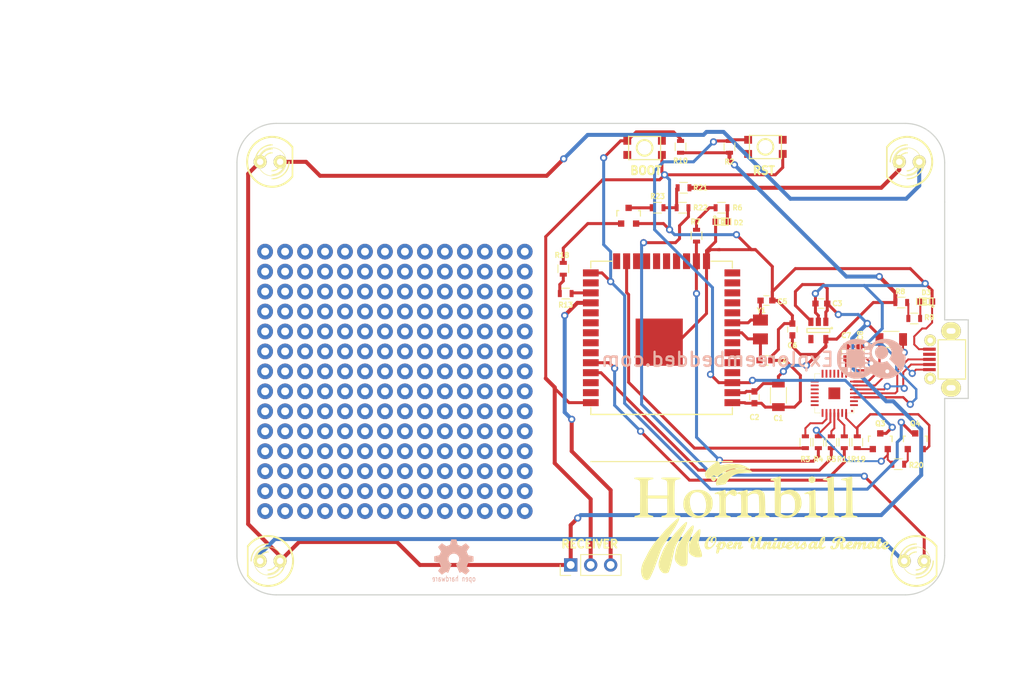
<source format=kicad_pcb>
(kicad_pcb (version 4) (host pcbnew "(2015-01-16 BZR 5376)-product")
  (layers (0 F.Cu signal) (31 B.Cu signal) (34 B.Paste user) (35 F.Paste user) (36 B.SilkS user) (37 F.SilkS user) (38 B.Mask user) (39 F.Mask user) (44 Edge.Cuts user))
  (net 0 "")
  (net 1 +3V3)
  (net 2 GND)
  (net 3 +5V)
  (net 4 "Net-(C4-Pad1)")
  (net 5 "Net-(C5-Pad1)")
  (net 6 "Net-(CON1-Pad1)")
  (net 7 "Net-(CON1-Pad2)")
  (net 8 "Net-(CON1-Pad3)")
  (net 9 "Net-(CON1-Pad4)")
  (net 10 "Net-(D10-Pad2)")
  (net 11 "Net-(D10-Pad1)")
  (net 12 /EN)
  (net 13 "Net-(M1-Pad4)")
  (net 14 "Net-(M1-Pad5)")
  (net 15 "Net-(M1-Pad6)")
  (net 16 "Net-(M1-Pad7)")
  (net 17 "Net-(M1-Pad10)")
  (net 18 "Net-(M1-Pad11)")
  (net 19 "Net-(M1-Pad12)")
  (net 20 "Net-(M1-Pad13)")
  (net 21 "Net-(M1-Pad14)")
  (net 22 /IO0)
  (net 23 "Net-(M1-Pad26)")
  (net 24 /IR_Tx)
  (net 25 /IR_Rx)
  (net 26 "Net-(M1-Pad29)")
  (net 27 "Net-(M1-Pad30)")
  (net 28 "Net-(M1-Pad31)")
  (net 29 "Net-(M1-Pad32)")
  (net 30 "Net-(M1-Pad33)")
  (net 31 /RXD0)
  (net 32 /TXD0)
  (net 33 "Net-(M1-Pad36)")
  (net 34 "Net-(M1-Pad37)")
  (net 35 /IO13)
  (net 36 "Net-(M1-Pad17)")
  (net 37 "Net-(M1-Pad18)")
  (net 38 "Net-(M1-Pad19)")
  (net 39 "Net-(M1-Pad20)")
  (net 40 "Net-(M1-Pad21)")
  (net 41 "Net-(M1-Pad22)")
  (net 42 /IO15)
  (net 43 "Net-(M1-Pad24)")
  (net 44 "Net-(Q2-Pad1)")
  (net 45 "Net-(Q2-Pad3)")
  (net 46 "Net-(Q3-Pad1)")
  (net 47 /RTS)
  (net 48 "Net-(Q4-Pad1)")
  (net 49 /DTR)
  (net 50 "Net-(D2-Pad2)")
  (net 51 "Net-(R6-Pad2)")
  (net 52 "Net-(R8-Pad1)")
  (net 53 "Net-(D3-Pad2)")
  (net 54 "Net-(R13-Pad2)")
  (net 55 "Net-(R21-Pad1)")
  (net 56 "Net-(U1-Pad4)")
  (net 57 "Net-(U9-Pad1)")
  (net 58 "Net-(U9-Pad9)")
  (net 59 "Net-(U9-Pad10)")
  (net 60 "Net-(U9-Pad11)")
  (net 61 "Net-(U9-Pad12)")
  (net 62 "Net-(U9-Pad13)")
  (net 63 "Net-(U9-Pad14)")
  (net 64 "Net-(U9-Pad15)")
  (net 65 "Net-(U9-Pad16)")
  (net 66 "Net-(U9-Pad17)")
  (net 67 "Net-(U9-Pad22)")
  (net 68 "Net-(D5-Pad2)")
  (net 69 "Net-(D9-Pad2)")
  (net 70 "Net-(P1-Pad1)")
  (net 71 "Net-(P1-Pad2)")
  (net 72 "Net-(P1-Pad3)")
  (net 73 "Net-(P1-Pad4)")
  (net 74 "Net-(P1-Pad5)")
  (net 75 "Net-(P1-Pad6)")
  (net 76 "Net-(P1-Pad7)")
  (net 77 "Net-(P1-Pad8)")
  (net 78 "Net-(P1-Pad9)")
  (net 79 "Net-(P1-Pad10)")
  (net 80 "Net-(P1-Pad11)")
  (net 81 "Net-(P1-Pad12)")
  (net 82 "Net-(P1-Pad13)")
  (net 83 "Net-(P1-Pad14)")
  (net 84 "Net-(P3-Pad1)")
  (net 85 "Net-(P3-Pad2)")
  (net 86 "Net-(P3-Pad3)")
  (net 87 "Net-(P3-Pad4)")
  (net 88 "Net-(P3-Pad5)")
  (net 89 "Net-(P3-Pad6)")
  (net 90 "Net-(P3-Pad7)")
  (net 91 "Net-(P3-Pad8)")
  (net 92 "Net-(P4-Pad1)")
  (net 93 "Net-(P4-Pad2)")
  (net 94 "Net-(P4-Pad3)")
  (net 95 "Net-(P4-Pad4)")
  (net 96 "Net-(P4-Pad5)")
  (net 97 "Net-(P4-Pad6)")
  (net 98 "Net-(P4-Pad7)")
  (net 99 "Net-(P4-Pad8)")
  (net 100 "Net-(P5-Pad1)")
  (net 101 "Net-(P5-Pad2)")
  (net 102 "Net-(P5-Pad3)")
  (net 103 "Net-(P5-Pad4)")
  (net 104 "Net-(P5-Pad5)")
  (net 105 "Net-(P5-Pad6)")
  (net 106 "Net-(P5-Pad7)")
  (net 107 "Net-(P5-Pad8)")
  (net 108 "Net-(P6-Pad1)")
  (net 109 "Net-(P6-Pad2)")
  (net 110 "Net-(P6-Pad3)")
  (net 111 "Net-(P6-Pad4)")
  (net 112 "Net-(P6-Pad5)")
  (net 113 "Net-(P6-Pad6)")
  (net 114 "Net-(P6-Pad7)")
  (net 115 "Net-(P6-Pad8)")
  (net 116 "Net-(P7-Pad1)")
  (net 117 "Net-(P7-Pad2)")
  (net 118 "Net-(P7-Pad3)")
  (net 119 "Net-(P7-Pad4)")
  (net 120 "Net-(P7-Pad5)")
  (net 121 "Net-(P7-Pad6)")
  (net 122 "Net-(P7-Pad7)")
  (net 123 "Net-(P7-Pad8)")
  (net 124 "Net-(P8-Pad1)")
  (net 125 "Net-(P8-Pad2)")
  (net 126 "Net-(P8-Pad3)")
  (net 127 "Net-(P8-Pad4)")
  (net 128 "Net-(P8-Pad5)")
  (net 129 "Net-(P8-Pad6)")
  (net 130 "Net-(P8-Pad7)")
  (net 131 "Net-(P8-Pad8)")
  (net 132 "Net-(P9-Pad1)")
  (net 133 "Net-(P9-Pad2)")
  (net 134 "Net-(P9-Pad3)")
  (net 135 "Net-(P9-Pad4)")
  (net 136 "Net-(P9-Pad5)")
  (net 137 "Net-(P9-Pad6)")
  (net 138 "Net-(P9-Pad7)")
  (net 139 "Net-(P9-Pad8)")
  (net 140 "Net-(P10-Pad1)")
  (net 141 "Net-(P10-Pad2)")
  (net 142 "Net-(P10-Pad3)")
  (net 143 "Net-(P10-Pad4)")
  (net 144 "Net-(P10-Pad5)")
  (net 145 "Net-(P10-Pad6)")
  (net 146 "Net-(P10-Pad7)")
  (net 147 "Net-(P10-Pad8)")
  (net 148 "Net-(P11-Pad1)")
  (net 149 "Net-(P11-Pad2)")
  (net 150 "Net-(P11-Pad3)")
  (net 151 "Net-(P11-Pad4)")
  (net 152 "Net-(P11-Pad5)")
  (net 153 "Net-(P11-Pad6)")
  (net 154 "Net-(P11-Pad7)")
  (net 155 "Net-(P11-Pad8)")
  (net 156 "Net-(P12-Pad1)")
  (net 157 "Net-(P12-Pad2)")
  (net 158 "Net-(P12-Pad3)")
  (net 159 "Net-(P12-Pad4)")
  (net 160 "Net-(P12-Pad5)")
  (net 161 "Net-(P12-Pad6)")
  (net 162 "Net-(P12-Pad7)")
  (net 163 "Net-(P12-Pad8)")
  (net 164 "Net-(P13-Pad1)")
  (net 165 "Net-(P13-Pad2)")
  (net 166 "Net-(P13-Pad3)")
  (net 167 "Net-(P13-Pad4)")
  (net 168 "Net-(P13-Pad5)")
  (net 169 "Net-(P13-Pad6)")
  (net 170 "Net-(P13-Pad7)")
  (net 171 "Net-(P13-Pad8)")
  (net 172 "Net-(P14-Pad1)")
  (net 173 "Net-(P14-Pad2)")
  (net 174 "Net-(P14-Pad3)")
  (net 175 "Net-(P14-Pad4)")
  (net 176 "Net-(P14-Pad5)")
  (net 177 "Net-(P14-Pad6)")
  (net 178 "Net-(P14-Pad7)")
  (net 179 "Net-(P14-Pad8)")
  (net 180 "Net-(P15-Pad1)")
  (net 181 "Net-(P15-Pad2)")
  (net 182 "Net-(P15-Pad3)")
  (net 183 "Net-(P15-Pad4)")
  (net 184 "Net-(P15-Pad5)")
  (net 185 "Net-(P15-Pad6)")
  (net 186 "Net-(P15-Pad7)")
  (net 187 "Net-(P15-Pad8)")
  (net 188 "Net-(P3-Pad9)")
  (net 189 "Net-(P3-Pad10)")
  (net 190 "Net-(P3-Pad11)")
  (net 191 "Net-(P3-Pad12)")
  (net 192 "Net-(P3-Pad13)")
  (net 193 "Net-(P3-Pad14)")
  (net 194 "Net-(P4-Pad9)")
  (net 195 "Net-(P4-Pad10)")
  (net 196 "Net-(P4-Pad11)")
  (net 197 "Net-(P4-Pad12)")
  (net 198 "Net-(P4-Pad13)")
  (net 199 "Net-(P4-Pad14)")
  (net 200 "Net-(P5-Pad9)")
  (net 201 "Net-(P5-Pad10)")
  (net 202 "Net-(P5-Pad11)")
  (net 203 "Net-(P5-Pad12)")
  (net 204 "Net-(P5-Pad13)")
  (net 205 "Net-(P5-Pad14)")
  (net 206 "Net-(P6-Pad9)")
  (net 207 "Net-(P6-Pad10)")
  (net 208 "Net-(P6-Pad11)")
  (net 209 "Net-(P6-Pad12)")
  (net 210 "Net-(P6-Pad13)")
  (net 211 "Net-(P6-Pad14)")
  (net 212 "Net-(P7-Pad9)")
  (net 213 "Net-(P7-Pad10)")
  (net 214 "Net-(P7-Pad11)")
  (net 215 "Net-(P7-Pad12)")
  (net 216 "Net-(P7-Pad13)")
  (net 217 "Net-(P7-Pad14)")
  (net 218 "Net-(P8-Pad9)")
  (net 219 "Net-(P8-Pad10)")
  (net 220 "Net-(P8-Pad11)")
  (net 221 "Net-(P8-Pad12)")
  (net 222 "Net-(P8-Pad13)")
  (net 223 "Net-(P8-Pad14)")
  (net 224 "Net-(P9-Pad9)")
  (net 225 "Net-(P9-Pad10)")
  (net 226 "Net-(P9-Pad11)")
  (net 227 "Net-(P9-Pad12)")
  (net 228 "Net-(P9-Pad13)")
  (net 229 "Net-(P9-Pad14)")
  (net 230 "Net-(P10-Pad9)")
  (net 231 "Net-(P10-Pad10)")
  (net 232 "Net-(P10-Pad11)")
  (net 233 "Net-(P10-Pad12)")
  (net 234 "Net-(P10-Pad13)")
  (net 235 "Net-(P10-Pad14)")
  (net 236 "Net-(P11-Pad9)")
  (net 237 "Net-(P11-Pad10)")
  (net 238 "Net-(P11-Pad11)")
  (net 239 "Net-(P11-Pad12)")
  (net 240 "Net-(P11-Pad13)")
  (net 241 "Net-(P11-Pad14)")
  (net 242 "Net-(P12-Pad9)")
  (net 243 "Net-(P12-Pad10)")
  (net 244 "Net-(P12-Pad11)")
  (net 245 "Net-(P12-Pad12)")
  (net 246 "Net-(P12-Pad13)")
  (net 247 "Net-(P12-Pad14)")
  (net 248 "Net-(P13-Pad9)")
  (net 249 "Net-(P13-Pad10)")
  (net 250 "Net-(P13-Pad11)")
  (net 251 "Net-(P13-Pad12)")
  (net 252 "Net-(P13-Pad13)")
  (net 253 "Net-(P13-Pad14)")
  (net 254 "Net-(P14-Pad9)")
  (net 255 "Net-(P14-Pad10)")
  (net 256 "Net-(P14-Pad11)")
  (net 257 "Net-(P14-Pad12)")
  (net 258 "Net-(P14-Pad13)")
  (net 259 "Net-(P14-Pad14)")
  (net 260 "Net-(P15-Pad9)")
  (net 261 "Net-(P15-Pad10)")
  (net 262 "Net-(P15-Pad11)")
  (net 263 "Net-(P15-Pad12)")
  (net 264 "Net-(P15-Pad13)")
  (net 265 "Net-(P15-Pad14)")
  (net 266 "Net-(C8-Pad1)")
  (net 267 "Net-(R3-Pad2)")
  (net 268 "Net-(R5-Pad2)")
  (net 269 "Net-(R11-Pad2)")
  (net 270 "Net-(U9-Pad2)")
  (net 271 "Net-(U9-Pad27)")
  (net 272 "Net-(U9-Pad21)")
  (net 273 "Net-(U9-Pad20)")
  (net 274 "Net-(U9-Pad18)")
  (module Explore:LED-0603_NEW (layer F.Cu) (at 126.619 80.01)
    (fp_text reference D2 (at 2.159 0.127) (layer F.SilkS) (effects (font (size 0.6 0.6))))
    (fp_text value Blue hide)
    (pad 1 smd rect (at -0.7493 0) (size 0.79756 0.79756) (layers F.Cu F.Paste F.Mask) (net 2 GND))
    (pad 2 smd rect (at 0.7493 0) (size 0.79756 0.79756) (layers F.Cu F.Paste F.Mask) (net 50 "Net-(D2-Pad2)"))
  )
  (module Explore:LED-0603_NEW (layer F.Cu) (at 152.654 90.17 180)
    (fp_text reference D3 (at 0 1.143 180) (layer F.SilkS) (effects (font (size 0.6 0.6))))
    (fp_text value LED hide)
    (pad 1 smd rect (at -0.7493 0 180) (size 0.79756 0.79756) (layers F.Cu F.Paste F.Mask) (net 2 GND))
    (pad 2 smd rect (at 0.7493 0 180) (size 0.79756 0.79756) (layers F.Cu F.Paste F.Mask) (net 53 "Net-(D3-Pad2)"))
  )
  (module Capacitors_SMD:C_1206 (layer F.Cu) (at 133.858 102.108 270)
    (fp_text reference C1 (at 2.921 0 360) (layer F.SilkS) (effects (font (size 0.635 0.635))))
    (fp_text value 100uF)
    (pad 1 smd rect (at -1.5 0 270) (size 1 1.6) (layers F.Cu F.Paste F.Mask) (net 1 +3V3))
    (pad 2 smd rect (at 1.5 0 270) (size 1 1.6) (layers F.Cu F.Paste F.Mask) (net 2 GND))
  )
  (module Capacitors_SMD:C_0603 (layer F.Cu) (at 130.81 102.362 270)
    (fp_text reference C2 (at 2.54 0 360) (layer F.SilkS) (effects (font (size 0.635 0.635))))
    (fp_text value 100nF)
    (pad 1 smd rect (at -0.75 0 270) (size 0.8 0.75) (layers F.Cu F.Paste F.Mask) (net 1 +3V3))
    (pad 2 smd rect (at 0.75 0 270) (size 0.8 0.75) (layers F.Cu F.Paste F.Mask) (net 2 GND))
  )
  (module Capacitors_SMD:C_0603 (layer F.Cu) (at 139.319 90.424 180)
    (fp_text reference C3 (at -2.032 0 180) (layer F.SilkS) (effects (font (size 0.635 0.635))))
    (fp_text value 1uF)
    (pad 1 smd rect (at -0.75 0 180) (size 0.8 0.75) (layers F.Cu F.Paste F.Mask) (net 3 +5V))
    (pad 2 smd rect (at 0.75 0 180) (size 0.8 0.75) (layers F.Cu F.Paste F.Mask) (net 2 GND))
  )
  (module Capacitors_SMD:C_0603 (layer F.Cu) (at 132.207 97.663)
    (fp_text reference C4 (at 2.159 0.127) (layer F.SilkS) (effects (font (size 0.635 0.635))))
    (fp_text value 15pF)
    (pad 1 smd rect (at -0.75 0) (size 0.8 0.75) (layers F.Cu F.Paste F.Mask) (net 4 "Net-(C4-Pad1)"))
    (pad 2 smd rect (at 0.75 0) (size 0.8 0.75) (layers F.Cu F.Paste F.Mask) (net 2 GND))
  )
  (module Capacitors_SMD:C_0603 (layer F.Cu) (at 132.334 90.043)
    (fp_text reference C5 (at 2.032 0.127) (layer F.SilkS) (effects (font (size 0.635 0.635))))
    (fp_text value 15pF)
    (pad 1 smd rect (at -0.75 0) (size 0.8 0.75) (layers F.Cu F.Paste F.Mask) (net 5 "Net-(C5-Pad1)"))
    (pad 2 smd rect (at 0.75 0) (size 0.8 0.75) (layers F.Cu F.Paste F.Mask) (net 2 GND))
  )
  (module Capacitors_SMD:C_0603 (layer F.Cu) (at 135.636 93.726 90)
    (fp_text reference C6 (at -2.032 0 180) (layer F.SilkS) (effects (font (size 0.635 0.635))))
    (fp_text value 2.2uF)
    (pad 1 smd rect (at -0.75 0 90) (size 0.8 0.75) (layers F.Cu F.Paste F.Mask) (net 1 +3V3))
    (pad 2 smd rect (at 0.75 0 90) (size 0.8 0.75) (layers F.Cu F.Paste F.Mask) (net 2 GND))
  )
  (module Capacitors_SMD:C_0603 (layer F.Cu) (at 144.145 96.647 90)
    (fp_text reference C8 (at 2.159 0.127 90) (layer F.SilkS) (effects (font (size 0.635 0.635))))
    (fp_text value 0.1uF)
    (pad 1 smd rect (at -0.75 0 90) (size 0.8 0.75) (layers F.Cu F.Paste F.Mask) (net 266 "Net-(C8-Pad1)"))
    (pad 2 smd rect (at 0.75 0 90) (size 0.8 0.75) (layers F.Cu F.Paste F.Mask) (net 2 GND))
  )
  (module Explore:USB_Micro-B_SMD_NEW_1 (layer F.Cu) (at 153.162 97.536 180)
    (fp_text reference CON1 hide)
    (fp_text value USB-MINI-B hide)
    (pad 1 smd rect (at 0.1 -1.3 180) (size 1.6 0.4) (layers F.Cu F.Paste F.Mask) (net 6 "Net-(CON1-Pad1)"))
    (pad 2 smd rect (at 0.1 -0.65 180) (size 1.6 0.4) (layers F.Cu F.Paste F.Mask) (net 7 "Net-(CON1-Pad2)"))
    (pad 3 smd rect (at 0.1 0 180) (size 1.6 0.4) (layers F.Cu F.Paste F.Mask) (net 8 "Net-(CON1-Pad3)"))
    (pad 4 smd rect (at 0.1 0.65 180) (size 1.6 0.4) (layers F.Cu F.Paste F.Mask) (net 9 "Net-(CON1-Pad4)"))
    (pad 5 smd rect (at 0.1 1.3 180) (size 1.6 0.4) (layers F.Cu F.Paste F.Mask) (net 2 GND))
    (pad "" thru_hole circle (at 0 -2.425 180) (size 1.5 1.5) (drill 0.71) (layers *.Cu *.Mask F.SilkS))
    (pad "" thru_hole oval (at -2.65 -3.625 180) (size 2.5 2.2) (drill oval 1.15 0.72) (layers *.Cu *.Mask F.SilkS))
    (pad "" thru_hole circle (at 0 2.425 180) (size 1.5 1.5) (drill 0.71) (layers *.Cu *.Mask F.SilkS))
    (pad "" thru_hole oval (at -2.65 3.625 180) (size 2.5 2.2) (drill oval 1.15 0.72) (layers *.Cu *.Mask F.SilkS))
  )
  (module Explore:LED-5MM (layer F.Cu) (at 69.215 72.39)
    (fp_text reference D5 hide)
    (fp_text value LED hide)
    (pad 1 thru_hole circle (at -1.27 0) (size 1.6764 1.6764) (drill 0.8128) (layers *.Cu *.Mask F.SilkS) (net 3 +5V))
    (pad 2 thru_hole circle (at 1.27 0) (size 1.6764 1.6764) (drill 0.8128) (layers *.Cu *.Mask F.SilkS) (net 68 "Net-(D5-Pad2)"))
  )
  (module Explore:LED-5MM (layer F.Cu) (at 69.215 123.19 180)
    (fp_text reference D6 hide)
    (fp_text value LED hide)
    (pad 1 thru_hole circle (at -1.27 0 180) (size 1.6764 1.6764) (drill 0.8128) (layers *.Cu *.Mask F.SilkS) (net 3 +5V))
    (pad 2 thru_hole circle (at 1.27 0 180) (size 1.6764 1.6764) (drill 0.8128) (layers *.Cu *.Mask F.SilkS) (net 11 "Net-(D10-Pad1)"))
  )
  (module Explore:LED-5MM (layer F.Cu) (at 150.495 72.39 180)
    (fp_text reference D9 hide)
    (fp_text value LED hide)
    (pad 1 thru_hole circle (at -1.27 0 180) (size 1.6764 1.6764) (drill 0.8128) (layers *.Cu *.Mask F.SilkS) (net 68 "Net-(D5-Pad2)"))
    (pad 2 thru_hole circle (at 1.27 0 180) (size 1.6764 1.6764) (drill 0.8128) (layers *.Cu *.Mask F.SilkS) (net 69 "Net-(D9-Pad2)"))
  )
  (module Explore:LED-5MM (layer F.Cu) (at 151.13 123.19)
    (fp_text reference D10 hide)
    (fp_text value LED hide)
    (pad 1 thru_hole circle (at -1.27 0) (size 1.6764 1.6764) (drill 0.8128) (layers *.Cu *.Mask F.SilkS) (net 11 "Net-(D10-Pad1)"))
    (pad 2 thru_hole circle (at 1.27 0) (size 1.6764 1.6764) (drill 0.8128) (layers *.Cu *.Mask F.SilkS) (net 10 "Net-(D10-Pad2)"))
  )
  (module Explore:ESP-32S (layer F.Cu) (at 118.999 97.79 180)
    (fp_text reference M1 hide)
    (fp_text value ESP-WROOM-32 hide)
    (pad 1 smd rect (at -9 -5.25 180) (size 2 0.9) (layers F.Cu F.Paste F.Mask) (net 2 GND))
    (pad 2 smd rect (at -9 -3.98 180) (size 2 0.9) (layers F.Cu F.Paste F.Mask) (net 1 +3V3))
    (pad 3 smd rect (at -9 -2.71 180) (size 2 0.9) (layers F.Cu F.Paste F.Mask) (net 12 /EN))
    (pad 4 smd rect (at -9 -1.44 180) (size 2 0.9) (layers F.Cu F.Paste F.Mask) (net 13 "Net-(M1-Pad4)"))
    (pad 5 smd rect (at -9 -0.17 180) (size 2 0.9) (layers F.Cu F.Paste F.Mask) (net 14 "Net-(M1-Pad5)"))
    (pad 6 smd rect (at -9 1.1 180) (size 2 0.9) (layers F.Cu F.Paste F.Mask) (net 15 "Net-(M1-Pad6)"))
    (pad 7 smd rect (at -9 2.37 180) (size 2 0.9) (layers F.Cu F.Paste F.Mask) (net 16 "Net-(M1-Pad7)"))
    (pad 8 smd rect (at -9 3.64 180) (size 2 0.9) (layers F.Cu F.Paste F.Mask) (net 4 "Net-(C4-Pad1)"))
    (pad 9 smd rect (at -9 4.91 180) (size 2 0.9) (layers F.Cu F.Paste F.Mask) (net 5 "Net-(C5-Pad1)"))
    (pad 10 smd rect (at -9 6.18 180) (size 2 0.9) (layers F.Cu F.Paste F.Mask) (net 17 "Net-(M1-Pad10)"))
    (pad 11 smd rect (at -9 7.45 180) (size 2 0.9) (layers F.Cu F.Paste F.Mask) (net 18 "Net-(M1-Pad11)"))
    (pad 12 smd rect (at -9 8.72 180) (size 2 0.9) (layers F.Cu F.Paste F.Mask) (net 19 "Net-(M1-Pad12)"))
    (pad 13 smd rect (at -9 9.99 180) (size 2 0.9) (layers F.Cu F.Paste F.Mask) (net 20 "Net-(M1-Pad13)"))
    (pad 14 smd rect (at -9 11.26 180) (size 2 0.9) (layers F.Cu F.Paste F.Mask) (net 21 "Net-(M1-Pad14)"))
    (pad 38 smd rect (at 9 -5.25 180) (size 2 0.9) (layers F.Cu F.Paste F.Mask) (net 2 GND))
    (pad 25 smd rect (at 9 11.26 180) (size 2 0.9) (layers F.Cu F.Paste F.Mask) (net 22 /IO0))
    (pad 26 smd rect (at 9 9.99 180) (size 2 0.9) (layers F.Cu F.Paste F.Mask) (net 23 "Net-(M1-Pad26)"))
    (pad 27 smd rect (at 9 8.72 180) (size 2 0.9) (layers F.Cu F.Paste F.Mask) (net 24 /IR_Tx))
    (pad 28 smd rect (at 9 7.45 180) (size 2 0.9) (layers F.Cu F.Paste F.Mask) (net 25 /IR_Rx))
    (pad 29 smd rect (at 9 6.18 180) (size 2 0.9) (layers F.Cu F.Paste F.Mask) (net 26 "Net-(M1-Pad29)"))
    (pad 30 smd rect (at 9 4.91 180) (size 2 0.9) (layers F.Cu F.Paste F.Mask) (net 27 "Net-(M1-Pad30)"))
    (pad 31 smd rect (at 9 3.64 180) (size 2 0.9) (layers F.Cu F.Paste F.Mask) (net 28 "Net-(M1-Pad31)"))
    (pad 32 smd rect (at 9 2.37 180) (size 2 0.9) (layers F.Cu F.Paste F.Mask) (net 29 "Net-(M1-Pad32)"))
    (pad 33 smd rect (at 9 1.1 180) (size 2 0.9) (layers F.Cu F.Paste F.Mask) (net 30 "Net-(M1-Pad33)"))
    (pad 34 smd rect (at 9 -0.17 180) (size 2 0.9) (layers F.Cu F.Paste F.Mask) (net 31 /RXD0))
    (pad 35 smd rect (at 9 -1.44 180) (size 2 0.9) (layers F.Cu F.Paste F.Mask) (net 32 /TXD0))
    (pad 36 smd rect (at 9 -2.71 180) (size 2 0.9) (layers F.Cu F.Paste F.Mask) (net 33 "Net-(M1-Pad36)"))
    (pad 37 smd rect (at 9 -3.98 180) (size 2 0.9) (layers F.Cu F.Paste F.Mask) (net 34 "Net-(M1-Pad37)"))
    (pad 15 smd rect (at -5.715 12.75 270) (size 2 0.9) (layers F.Cu F.Paste F.Mask) (net 2 GND))
    (pad 16 smd rect (at -4.43 12.75 270) (size 2 0.9) (layers F.Cu F.Paste F.Mask) (net 35 /IO13))
    (pad 17 smd rect (at -3.175 12.75 270) (size 2 0.9) (layers F.Cu F.Paste F.Mask) (net 36 "Net-(M1-Pad17)"))
    (pad 18 smd rect (at -1.905 12.75 270) (size 2 0.9) (layers F.Cu F.Paste F.Mask) (net 37 "Net-(M1-Pad18)"))
    (pad 19 smd rect (at -0.635 12.75 270) (size 2 0.9) (layers F.Cu F.Paste F.Mask) (net 38 "Net-(M1-Pad19)"))
    (pad 20 smd rect (at 0.635 12.75 270) (size 2 0.9) (layers F.Cu F.Paste F.Mask) (net 39 "Net-(M1-Pad20)"))
    (pad 21 smd rect (at 1.905 12.75 270) (size 2 0.9) (layers F.Cu F.Paste F.Mask) (net 40 "Net-(M1-Pad21)"))
    (pad 22 smd rect (at 3.175 12.75 270) (size 2 0.9) (layers F.Cu F.Paste F.Mask) (net 41 "Net-(M1-Pad22)"))
    (pad 23 smd rect (at 4.445 12.75 270) (size 2 0.9) (layers F.Cu F.Paste F.Mask) (net 42 /IO15))
    (pad 24 smd rect (at 5.715 12.75 270) (size 2 0.9) (layers F.Cu F.Paste F.Mask) (net 43 "Net-(M1-Pad24)"))
    (pad 1 smd rect (at 0.3 2.45 270) (size 6 6) (layers F.Cu F.Paste F.Mask) (net 2 GND))
  )
  (module Pin_Headers:Pin_Header_Straight_1x03_Pitch2.54mm (layer F.Cu) (at 107.442 123.698 90)
    (fp_text reference P2 hide)
    (fp_text value CONN_01X03)
    (pad 1 thru_hole rect (at 0 0 90) (size 1.7 1.7) (drill 1) (layers *.Cu *.Mask) (net 3 +5V))
    (pad 2 thru_hole oval (at 0 2.54 90) (size 1.7 1.7) (drill 1) (layers *.Cu *.Mask) (net 2 GND))
    (pad 3 thru_hole oval (at 0 5.08 90) (size 1.7 1.7) (drill 1) (layers *.Cu *.Mask) (net 25 /IR_Rx))
  )
  (module Resistors_SMD:R_0603 (layer F.Cu) (at 127.635 70.485 90)
    (fp_text reference R2 (at -1.905 0 180) (layer F.SilkS) (effects (font (size 0.635 0.635))))
    (fp_text value 10K)
    (pad 1 smd rect (at -0.75 0 90) (size 0.5 0.9) (layers F.Cu F.Paste F.Mask) (net 1 +3V3))
    (pad 2 smd rect (at 0.75 0 90) (size 0.5 0.9) (layers F.Cu F.Paste F.Mask) (net 12 /EN))
  )
  (module Resistors_SMD:R_0603 (layer F.Cu) (at 126.619 78.232 180)
    (fp_text reference R6 (at -2.032 0 180) (layer F.SilkS) (effects (font (size 0.635 0.635))))
    (fp_text value 1K)
    (pad 1 smd rect (at -0.75 0 180) (size 0.5 0.9) (layers F.Cu F.Paste F.Mask) (net 50 "Net-(D2-Pad2)"))
    (pad 2 smd rect (at 0.75 0 180) (size 0.5 0.9) (layers F.Cu F.Paste F.Mask) (net 51 "Net-(R6-Pad2)"))
  )
  (module Resistors_SMD:R_0603 (layer F.Cu) (at 123.444 81.788 90)
    (fp_text reference R7 (at 1.778 -0.127 180) (layer F.SilkS) (effects (font (size 0.635 0.635))))
    (fp_text value 0E)
    (pad 1 smd rect (at -0.75 0 90) (size 0.5 0.9) (layers F.Cu F.Paste F.Mask) (net 35 /IO13))
    (pad 2 smd rect (at 0.75 0 90) (size 0.5 0.9) (layers F.Cu F.Paste F.Mask) (net 51 "Net-(R6-Pad2)"))
  )
  (module Resistors_SMD:R_0603 (layer F.Cu) (at 149.479 90.297 180)
    (fp_text reference R8 (at 0.127 1.397 180) (layer F.SilkS) (effects (font (size 0.635 0.635))))
    (fp_text value 0E)
    (pad 1 smd rect (at -0.75 0 180) (size 0.5 0.9) (layers F.Cu F.Paste F.Mask) (net 52 "Net-(R8-Pad1)"))
    (pad 2 smd rect (at 0.75 0 180) (size 0.5 0.9) (layers F.Cu F.Paste F.Mask) (net 1 +3V3))
  )
  (module Resistors_SMD:R_0603 (layer F.Cu) (at 151.13 92.329 180)
    (fp_text reference R9 (at -1.905 0.127 180) (layer F.SilkS) (effects (font (size 0.635 0.635))))
    (fp_text value 1K)
    (pad 1 smd rect (at -0.75 0 180) (size 0.5 0.9) (layers F.Cu F.Paste F.Mask) (net 53 "Net-(D3-Pad2)"))
    (pad 2 smd rect (at 0.75 0 180) (size 0.5 0.9) (layers F.Cu F.Paste F.Mask) (net 52 "Net-(R8-Pad1)"))
  )
  (module Resistors_SMD:R_0603 (layer F.Cu) (at 121.412 70.485 90)
    (fp_text reference R10 (at -1.778 0 180) (layer F.SilkS) (effects (font (size 0.635 0.635))))
    (fp_text value 10K)
    (pad 1 smd rect (at -0.75 0 90) (size 0.5 0.9) (layers F.Cu F.Paste F.Mask) (net 1 +3V3))
    (pad 2 smd rect (at 0.75 0 90) (size 0.5 0.9) (layers F.Cu F.Paste F.Mask) (net 22 /IO0))
  )
  (module Resistors_SMD:R_0603 (layer F.Cu) (at 106.807 89.154 180)
    (fp_text reference R13 (at 0 -1.45 180) (layer F.SilkS) (effects (font (size 0.635 0.635))))
    (fp_text value 0R)
    (pad 1 smd rect (at -0.75 0 180) (size 0.5 0.9) (layers F.Cu F.Paste F.Mask) (net 24 /IR_Tx))
    (pad 2 smd rect (at 0.75 0 180) (size 0.5 0.9) (layers F.Cu F.Paste F.Mask) (net 54 "Net-(R13-Pad2)"))
  )
  (module Resistors_SMD:R_0603 (layer F.Cu) (at 106.5 86 90)
    (fp_text reference R18 (at 1.733 -0.172 180) (layer F.SilkS) (effects (font (size 0.635 0.635))))
    (fp_text value 680R)
    (pad 1 smd rect (at -0.75 0 90) (size 0.5 0.9) (layers F.Cu F.Paste F.Mask) (net 54 "Net-(R13-Pad2)"))
    (pad 2 smd rect (at 0.75 0 90) (size 0.5 0.9) (layers F.Cu F.Paste F.Mask) (net 44 "Net-(Q2-Pad1)"))
  )
  (module Resistors_SMD:R_0603 (layer F.Cu) (at 143.891 108.077 90)
    (fp_text reference R19 (at -2.159 0.127 180) (layer F.SilkS) (effects (font (size 0.635 0.635))))
    (fp_text value 12K)
    (pad 1 smd rect (at -0.75 0 90) (size 0.5 0.9) (layers F.Cu F.Paste F.Mask) (net 46 "Net-(Q3-Pad1)"))
    (pad 2 smd rect (at 0.75 0 90) (size 0.5 0.9) (layers F.Cu F.Paste F.Mask) (net 49 /DTR))
  )
  (module Resistors_SMD:R_0603 (layer F.Cu) (at 149.098 110.871 180)
    (fp_text reference R20 (at -2.286 -0.127 180) (layer F.SilkS) (effects (font (size 0.635 0.635))))
    (fp_text value 12K)
    (pad 1 smd rect (at -0.75 0 180) (size 0.5 0.9) (layers F.Cu F.Paste F.Mask) (net 48 "Net-(Q4-Pad1)"))
    (pad 2 smd rect (at 0.75 0 180) (size 0.5 0.9) (layers F.Cu F.Paste F.Mask) (net 47 /RTS))
  )
  (module Resistors_SMD:R_0603 (layer F.Cu) (at 121.793 75.692)
    (fp_text reference R21 (at 2.159 0) (layer F.SilkS) (effects (font (size 0.635 0.635))))
    (fp_text value 47R)
    (pad 1 smd rect (at -0.75 0) (size 0.5 0.9) (layers F.Cu F.Paste F.Mask) (net 55 "Net-(R21-Pad1)"))
    (pad 2 smd rect (at 0.75 0) (size 0.5 0.9) (layers F.Cu F.Paste F.Mask) (net 69 "Net-(D9-Pad2)"))
  )
  (module Resistors_SMD:R_0603 (layer F.Cu) (at 121.666 78.232)
    (fp_text reference R22 (at 2.286 0) (layer F.SilkS) (effects (font (size 0.635 0.635))))
    (fp_text value 47R)
    (pad 1 smd rect (at -0.75 0) (size 0.5 0.9) (layers F.Cu F.Paste F.Mask) (net 55 "Net-(R21-Pad1)"))
    (pad 2 smd rect (at 0.75 0) (size 0.5 0.9) (layers F.Cu F.Paste F.Mask) (net 10 "Net-(D10-Pad2)"))
  )
  (module Resistors_SMD:R_0603 (layer F.Cu) (at 118.491 78.232)
    (fp_text reference R23 (at 0 -1.45) (layer F.SilkS) (effects (font (size 0.635 0.635))))
    (fp_text value 0R)
    (pad 1 smd rect (at -0.75 0) (size 0.5 0.9) (layers F.Cu F.Paste F.Mask) (net 45 "Net-(Q2-Pad3)"))
    (pad 2 smd rect (at 0.75 0) (size 0.5 0.9) (layers F.Cu F.Paste F.Mask) (net 55 "Net-(R21-Pad1)"))
  )
  (module Explore:smd_push2_New (layer F.Cu) (at 132.207 70.485)
    (fp_text reference SW1 hide)
    (fp_text value SW_PUSH hide)
    (pad 1 smd rect (at -2.2 -0.9) (size 1.00076 1.00076) (layers F.Cu F.Paste F.Mask) (net 12 /EN))
    (pad 2 smd rect (at 2.2 0.9) (size 1.00076 1.00076) (layers F.Cu F.Paste F.Mask) (net 2 GND))
    (pad 3 smd rect (at -2.2 0.9) (size 1.00076 1.00076) (layers F.Cu F.Paste F.Mask))
    (pad 4 smd rect (at 2.2 -0.9) (size 1.00076 1.00076) (layers F.Cu F.Paste F.Mask))
  )
  (module Explore:smd_push2_New (layer F.Cu) (at 116.84 70.612)
    (fp_text reference SW2 hide)
    (fp_text value SW_PUSH hide)
    (pad 1 smd rect (at -2.2 -0.9) (size 1.00076 1.00076) (layers F.Cu F.Paste F.Mask) (net 22 /IO0))
    (pad 2 smd rect (at 2.2 0.9) (size 1.00076 1.00076) (layers F.Cu F.Paste F.Mask) (net 2 GND))
    (pad 3 smd rect (at -2.2 0.9) (size 1.00076 1.00076) (layers F.Cu F.Paste F.Mask))
    (pad 4 smd rect (at 2.2 -0.9) (size 1.00076 1.00076) (layers F.Cu F.Paste F.Mask))
  )
  (module Explore:SOT-23-5 (layer F.Cu) (at 138.938 93.853 270)
    (fp_text reference U1 hide)
    (fp_text value AP2112K hide)
    (pad 1 smd rect (at -1.1 -0.95 270) (size 1.06 0.65) (layers F.Cu F.Paste F.Mask) (net 3 +5V))
    (pad 2 smd rect (at -1.1 0 270) (size 1.06 0.65) (layers F.Cu F.Paste F.Mask) (net 2 GND))
    (pad 3 smd rect (at -1.1 0.95 270) (size 1.06 0.65) (layers F.Cu F.Paste F.Mask) (net 3 +5V))
    (pad 4 smd rect (at 1.1 0.95 270) (size 1.06 0.65) (layers F.Cu F.Paste F.Mask) (net 56 "Net-(U1-Pad4)"))
    (pad 5 smd rect (at 1.1 -0.95 270) (size 1.06 0.65) (layers F.Cu F.Paste F.Mask) (net 1 +3V3))
  )
  (module Explore:Logo_silk_OSHW_6x6mm (layer B.Cu) (at 92.583 122.682 180)
    (fp_text reference U2 hide)
    (fp_text value OSH_Symbol hide)
  )
  (module Logo:Logo_8 (layer B.Cu) (at 145.796 97.409 180)
    (fp_text reference U4 hide)
    (fp_text value EE_Logo hide)
  )
  (module Mounting_Holes:MountingHole_2.5mm (layer F.Cu) (at 140 125)
    (fp_text reference U5 hide)
    (fp_text value MountingHole)
    (pad 1 np_thru_hole circle (at 0 0) (size 2.5 2.5) (drill 2.5) (layers *.Cu *.Mask))
  )
  (module Mounting_Holes:MountingHole_2.5mm (layer F.Cu) (at 140 70)
    (fp_text reference U6 hide)
    (fp_text value MountingHole)
    (pad 1 np_thru_hole circle (at 0 0) (size 2.5 2.5) (drill 2.5) (layers *.Cu *.Mask))
  )
  (module Mounting_Holes:MountingHole_2.5mm (layer F.Cu) (at 80 125)
    (fp_text reference U7 hide)
    (fp_text value MountingHole)
    (pad 1 np_thru_hole circle (at 0 0) (size 2.5 2.5) (drill 2.5) (layers *.Cu *.Mask))
  )
  (module Mounting_Holes:MountingHole_2.5mm (layer F.Cu) (at 80 70)
    (fp_text reference U8 hide)
    (fp_text value MountingHole)
    (pad 1 np_thru_hole circle (at 0 0) (size 2.5 2.5) (drill 2.5) (layers *.Cu *.Mask))
  )
  (module Explore:SMD_RTC_Crstl (layer F.Cu) (at 131.572 93.726 90)
    (fp_text reference Y1 (at 2.413 0.127 180) (layer F.SilkS) (effects (font (size 0.635 0.635))))
    (fp_text value "32.768KHz RTC Crystal" hide)
    (pad 1 smd rect (at -1.2 0 90) (size 1.4 1.9) (layers F.Cu F.Paste F.Mask) (net 4 "Net-(C4-Pad1)"))
    (pad 2 smd rect (at 1.2 0 90) (size 1.4 1.9) (layers F.Cu F.Paste F.Mask) (net 5 "Net-(C5-Pad1)"))
  )
  (module Explore:SOT-23 (layer F.Cu) (at 114.808 79.248)
    (fp_text reference Q2 hide)
    (fp_text value Q_NPN_BEC hide)
    (pad 1 smd rect (at -0.95 1.00076) (size 0.8001 0.8001) (layers F.Cu F.Paste F.Mask) (net 44 "Net-(Q2-Pad1)"))
    (pad 2 smd rect (at 0.95 1.00076) (size 0.8001 0.8001) (layers F.Cu F.Paste F.Mask) (net 2 GND))
    (pad 3 smd rect (at 0 -0.99822) (size 0.8001 0.8001) (layers F.Cu F.Paste F.Mask) (net 45 "Net-(Q2-Pad3)"))
  )
  (module Explore:SOT-23 (layer F.Cu) (at 146.812 107.95)
    (fp_text reference Q3 (at 0 -2.25) (layer F.SilkS) (effects (font (size 0.635 0.635))))
    (fp_text value S8050 hide)
    (pad 1 smd rect (at -0.95 1.00076) (size 0.8001 0.8001) (layers F.Cu F.Paste F.Mask) (net 46 "Net-(Q3-Pad1)"))
    (pad 2 smd rect (at 0.95 1.00076) (size 0.8001 0.8001) (layers F.Cu F.Paste F.Mask) (net 47 /RTS))
    (pad 3 smd rect (at 0 -0.99822) (size 0.8001 0.8001) (layers F.Cu F.Paste F.Mask) (net 12 /EN))
  )
  (module Explore:SOT-23 (layer F.Cu) (at 151.257 107.95)
    (fp_text reference Q4 (at 0 -2.25) (layer F.SilkS) (effects (font (size 0.635 0.635))))
    (fp_text value S8050 hide)
    (pad 1 smd rect (at -0.95 1.00076) (size 0.8001 0.8001) (layers F.Cu F.Paste F.Mask) (net 48 "Net-(Q4-Pad1)"))
    (pad 2 smd rect (at 0.95 1.00076) (size 0.8001 0.8001) (layers F.Cu F.Paste F.Mask) (net 49 /DTR))
    (pad 3 smd rect (at 0 -0.99822) (size 0.8001 0.8001) (layers F.Cu F.Paste F.Mask) (net 22 /IO0))
  )
  (module Explore:EE_Pin_Header_Straight_1x14_Pitch2.54mm (layer F.Cu) (at 68.58 83.82)
    (fp_text reference P1 hide)
    (fp_text value CONN_01X14)
    (pad 1 thru_hole circle (at 0 0) (size 2 2) (drill 1) (layers *.Cu *.Mask) (net 70 "Net-(P1-Pad1)"))
    (pad 2 thru_hole circle (at 0 2.54) (size 2 2) (drill 1) (layers *.Cu *.Mask) (net 71 "Net-(P1-Pad2)"))
    (pad 3 thru_hole circle (at 0 5.08) (size 2 2) (drill 1) (layers *.Cu *.Mask) (net 72 "Net-(P1-Pad3)"))
    (pad 4 thru_hole circle (at 0 7.62) (size 2 2) (drill 1) (layers *.Cu *.Mask) (net 73 "Net-(P1-Pad4)"))
    (pad 5 thru_hole circle (at 0 10.16) (size 2 2) (drill 1) (layers *.Cu *.Mask) (net 74 "Net-(P1-Pad5)"))
    (pad 6 thru_hole circle (at 0 12.7) (size 2 2) (drill 1) (layers *.Cu *.Mask) (net 75 "Net-(P1-Pad6)"))
    (pad 7 thru_hole circle (at 0 15.24) (size 2 2) (drill 1) (layers *.Cu *.Mask) (net 76 "Net-(P1-Pad7)"))
    (pad 8 thru_hole circle (at 0 17.78) (size 2 2) (drill 1) (layers *.Cu *.Mask) (net 77 "Net-(P1-Pad8)"))
    (pad 9 thru_hole circle (at 0 20.32) (size 2 2) (drill 1) (layers *.Cu *.Mask) (net 78 "Net-(P1-Pad9)"))
    (pad 10 thru_hole circle (at 0 22.86) (size 2 2) (drill 1) (layers *.Cu *.Mask) (net 79 "Net-(P1-Pad10)"))
    (pad 11 thru_hole circle (at 0 25.4) (size 2 2) (drill 1) (layers *.Cu *.Mask) (net 80 "Net-(P1-Pad11)"))
    (pad 12 thru_hole circle (at 0 27.94) (size 2 2) (drill 1) (layers *.Cu *.Mask) (net 81 "Net-(P1-Pad12)"))
    (pad 13 thru_hole circle (at 0 30.48) (size 2 2) (drill 1) (layers *.Cu *.Mask) (net 82 "Net-(P1-Pad13)"))
    (pad 14 thru_hole circle (at 0 33.02) (size 2 2) (drill 1) (layers *.Cu *.Mask) (net 83 "Net-(P1-Pad14)"))
  )
  (module Explore:EE_Pin_Header_Straight_1x14_Pitch2.54mm (layer F.Cu) (at 71.12 83.82)
    (fp_text reference P3 hide)
    (fp_text value CONN_01X14)
    (pad 1 thru_hole circle (at 0 0) (size 2 2) (drill 1) (layers *.Cu *.Mask) (net 84 "Net-(P3-Pad1)"))
    (pad 2 thru_hole circle (at 0 2.54) (size 2 2) (drill 1) (layers *.Cu *.Mask) (net 85 "Net-(P3-Pad2)"))
    (pad 3 thru_hole circle (at 0 5.08) (size 2 2) (drill 1) (layers *.Cu *.Mask) (net 86 "Net-(P3-Pad3)"))
    (pad 4 thru_hole circle (at 0 7.62) (size 2 2) (drill 1) (layers *.Cu *.Mask) (net 87 "Net-(P3-Pad4)"))
    (pad 5 thru_hole circle (at 0 10.16) (size 2 2) (drill 1) (layers *.Cu *.Mask) (net 88 "Net-(P3-Pad5)"))
    (pad 6 thru_hole circle (at 0 12.7) (size 2 2) (drill 1) (layers *.Cu *.Mask) (net 89 "Net-(P3-Pad6)"))
    (pad 7 thru_hole circle (at 0 15.24) (size 2 2) (drill 1) (layers *.Cu *.Mask) (net 90 "Net-(P3-Pad7)"))
    (pad 8 thru_hole circle (at 0 17.78) (size 2 2) (drill 1) (layers *.Cu *.Mask) (net 91 "Net-(P3-Pad8)"))
    (pad 9 thru_hole circle (at 0 20.32) (size 2 2) (drill 1) (layers *.Cu *.Mask) (net 188 "Net-(P3-Pad9)"))
    (pad 10 thru_hole circle (at 0 22.86) (size 2 2) (drill 1) (layers *.Cu *.Mask) (net 189 "Net-(P3-Pad10)"))
    (pad 11 thru_hole circle (at 0 25.4) (size 2 2) (drill 1) (layers *.Cu *.Mask) (net 190 "Net-(P3-Pad11)"))
    (pad 12 thru_hole circle (at 0 27.94) (size 2 2) (drill 1) (layers *.Cu *.Mask) (net 191 "Net-(P3-Pad12)"))
    (pad 13 thru_hole circle (at 0 30.48) (size 2 2) (drill 1) (layers *.Cu *.Mask) (net 192 "Net-(P3-Pad13)"))
    (pad 14 thru_hole circle (at 0 33.02) (size 2 2) (drill 1) (layers *.Cu *.Mask) (net 193 "Net-(P3-Pad14)"))
  )
  (module Explore:EE_Pin_Header_Straight_1x14_Pitch2.54mm (layer F.Cu) (at 73.66 83.82)
    (fp_text reference P4 hide)
    (fp_text value CONN_01X14)
    (pad 1 thru_hole circle (at 0 0) (size 2 2) (drill 1) (layers *.Cu *.Mask) (net 92 "Net-(P4-Pad1)"))
    (pad 2 thru_hole circle (at 0 2.54) (size 2 2) (drill 1) (layers *.Cu *.Mask) (net 93 "Net-(P4-Pad2)"))
    (pad 3 thru_hole circle (at 0 5.08) (size 2 2) (drill 1) (layers *.Cu *.Mask) (net 94 "Net-(P4-Pad3)"))
    (pad 4 thru_hole circle (at 0 7.62) (size 2 2) (drill 1) (layers *.Cu *.Mask) (net 95 "Net-(P4-Pad4)"))
    (pad 5 thru_hole circle (at 0 10.16) (size 2 2) (drill 1) (layers *.Cu *.Mask) (net 96 "Net-(P4-Pad5)"))
    (pad 6 thru_hole circle (at 0 12.7) (size 2 2) (drill 1) (layers *.Cu *.Mask) (net 97 "Net-(P4-Pad6)"))
    (pad 7 thru_hole circle (at 0 15.24) (size 2 2) (drill 1) (layers *.Cu *.Mask) (net 98 "Net-(P4-Pad7)"))
    (pad 8 thru_hole circle (at 0 17.78) (size 2 2) (drill 1) (layers *.Cu *.Mask) (net 99 "Net-(P4-Pad8)"))
    (pad 9 thru_hole circle (at 0 20.32) (size 2 2) (drill 1) (layers *.Cu *.Mask) (net 194 "Net-(P4-Pad9)"))
    (pad 10 thru_hole circle (at 0 22.86) (size 2 2) (drill 1) (layers *.Cu *.Mask) (net 195 "Net-(P4-Pad10)"))
    (pad 11 thru_hole circle (at 0 25.4) (size 2 2) (drill 1) (layers *.Cu *.Mask) (net 196 "Net-(P4-Pad11)"))
    (pad 12 thru_hole circle (at 0 27.94) (size 2 2) (drill 1) (layers *.Cu *.Mask) (net 197 "Net-(P4-Pad12)"))
    (pad 13 thru_hole circle (at 0 30.48) (size 2 2) (drill 1) (layers *.Cu *.Mask) (net 198 "Net-(P4-Pad13)"))
    (pad 14 thru_hole circle (at 0 33.02) (size 2 2) (drill 1) (layers *.Cu *.Mask) (net 199 "Net-(P4-Pad14)"))
  )
  (module Explore:EE_Pin_Header_Straight_1x14_Pitch2.54mm (layer F.Cu) (at 78.74 83.82)
    (fp_text reference P5 hide)
    (fp_text value CONN_01X14)
    (pad 1 thru_hole circle (at 0 0) (size 2 2) (drill 1) (layers *.Cu *.Mask) (net 100 "Net-(P5-Pad1)"))
    (pad 2 thru_hole circle (at 0 2.54) (size 2 2) (drill 1) (layers *.Cu *.Mask) (net 101 "Net-(P5-Pad2)"))
    (pad 3 thru_hole circle (at 0 5.08) (size 2 2) (drill 1) (layers *.Cu *.Mask) (net 102 "Net-(P5-Pad3)"))
    (pad 4 thru_hole circle (at 0 7.62) (size 2 2) (drill 1) (layers *.Cu *.Mask) (net 103 "Net-(P5-Pad4)"))
    (pad 5 thru_hole circle (at 0 10.16) (size 2 2) (drill 1) (layers *.Cu *.Mask) (net 104 "Net-(P5-Pad5)"))
    (pad 6 thru_hole circle (at 0 12.7) (size 2 2) (drill 1) (layers *.Cu *.Mask) (net 105 "Net-(P5-Pad6)"))
    (pad 7 thru_hole circle (at 0 15.24) (size 2 2) (drill 1) (layers *.Cu *.Mask) (net 106 "Net-(P5-Pad7)"))
    (pad 8 thru_hole circle (at 0 17.78) (size 2 2) (drill 1) (layers *.Cu *.Mask) (net 107 "Net-(P5-Pad8)"))
    (pad 9 thru_hole circle (at 0 20.32) (size 2 2) (drill 1) (layers *.Cu *.Mask) (net 200 "Net-(P5-Pad9)"))
    (pad 10 thru_hole circle (at 0 22.86) (size 2 2) (drill 1) (layers *.Cu *.Mask) (net 201 "Net-(P5-Pad10)"))
    (pad 11 thru_hole circle (at 0 25.4) (size 2 2) (drill 1) (layers *.Cu *.Mask) (net 202 "Net-(P5-Pad11)"))
    (pad 12 thru_hole circle (at 0 27.94) (size 2 2) (drill 1) (layers *.Cu *.Mask) (net 203 "Net-(P5-Pad12)"))
    (pad 13 thru_hole circle (at 0 30.48) (size 2 2) (drill 1) (layers *.Cu *.Mask) (net 204 "Net-(P5-Pad13)"))
    (pad 14 thru_hole circle (at 0 33.02) (size 2 2) (drill 1) (layers *.Cu *.Mask) (net 205 "Net-(P5-Pad14)"))
  )
  (module Explore:EE_Pin_Header_Straight_1x14_Pitch2.54mm (layer F.Cu) (at 96.52 83.82)
    (fp_text reference P6 hide)
    (fp_text value CONN_01X14)
    (pad 1 thru_hole circle (at 0 0) (size 2 2) (drill 1) (layers *.Cu *.Mask) (net 108 "Net-(P6-Pad1)"))
    (pad 2 thru_hole circle (at 0 2.54) (size 2 2) (drill 1) (layers *.Cu *.Mask) (net 109 "Net-(P6-Pad2)"))
    (pad 3 thru_hole circle (at 0 5.08) (size 2 2) (drill 1) (layers *.Cu *.Mask) (net 110 "Net-(P6-Pad3)"))
    (pad 4 thru_hole circle (at 0 7.62) (size 2 2) (drill 1) (layers *.Cu *.Mask) (net 111 "Net-(P6-Pad4)"))
    (pad 5 thru_hole circle (at 0 10.16) (size 2 2) (drill 1) (layers *.Cu *.Mask) (net 112 "Net-(P6-Pad5)"))
    (pad 6 thru_hole circle (at 0 12.7) (size 2 2) (drill 1) (layers *.Cu *.Mask) (net 113 "Net-(P6-Pad6)"))
    (pad 7 thru_hole circle (at 0 15.24) (size 2 2) (drill 1) (layers *.Cu *.Mask) (net 114 "Net-(P6-Pad7)"))
    (pad 8 thru_hole circle (at 0 17.78) (size 2 2) (drill 1) (layers *.Cu *.Mask) (net 115 "Net-(P6-Pad8)"))
    (pad 9 thru_hole circle (at 0 20.32) (size 2 2) (drill 1) (layers *.Cu *.Mask) (net 206 "Net-(P6-Pad9)"))
    (pad 10 thru_hole circle (at 0 22.86) (size 2 2) (drill 1) (layers *.Cu *.Mask) (net 207 "Net-(P6-Pad10)"))
    (pad 11 thru_hole circle (at 0 25.4) (size 2 2) (drill 1) (layers *.Cu *.Mask) (net 208 "Net-(P6-Pad11)"))
    (pad 12 thru_hole circle (at 0 27.94) (size 2 2) (drill 1) (layers *.Cu *.Mask) (net 209 "Net-(P6-Pad12)"))
    (pad 13 thru_hole circle (at 0 30.48) (size 2 2) (drill 1) (layers *.Cu *.Mask) (net 210 "Net-(P6-Pad13)"))
    (pad 14 thru_hole circle (at 0 33.02) (size 2 2) (drill 1) (layers *.Cu *.Mask) (net 211 "Net-(P6-Pad14)"))
  )
  (module Explore:EE_Pin_Header_Straight_1x14_Pitch2.54mm (layer F.Cu) (at 99.06 83.82)
    (fp_text reference P7 hide)
    (fp_text value CONN_01X14)
    (pad 1 thru_hole circle (at 0 0) (size 2 2) (drill 1) (layers *.Cu *.Mask) (net 116 "Net-(P7-Pad1)"))
    (pad 2 thru_hole circle (at 0 2.54) (size 2 2) (drill 1) (layers *.Cu *.Mask) (net 117 "Net-(P7-Pad2)"))
    (pad 3 thru_hole circle (at 0 5.08) (size 2 2) (drill 1) (layers *.Cu *.Mask) (net 118 "Net-(P7-Pad3)"))
    (pad 4 thru_hole circle (at 0 7.62) (size 2 2) (drill 1) (layers *.Cu *.Mask) (net 119 "Net-(P7-Pad4)"))
    (pad 5 thru_hole circle (at 0 10.16) (size 2 2) (drill 1) (layers *.Cu *.Mask) (net 120 "Net-(P7-Pad5)"))
    (pad 6 thru_hole circle (at 0 12.7) (size 2 2) (drill 1) (layers *.Cu *.Mask) (net 121 "Net-(P7-Pad6)"))
    (pad 7 thru_hole circle (at 0 15.24) (size 2 2) (drill 1) (layers *.Cu *.Mask) (net 122 "Net-(P7-Pad7)"))
    (pad 8 thru_hole circle (at 0 17.78) (size 2 2) (drill 1) (layers *.Cu *.Mask) (net 123 "Net-(P7-Pad8)"))
    (pad 9 thru_hole circle (at 0 20.32) (size 2 2) (drill 1) (layers *.Cu *.Mask) (net 212 "Net-(P7-Pad9)"))
    (pad 10 thru_hole circle (at 0 22.86) (size 2 2) (drill 1) (layers *.Cu *.Mask) (net 213 "Net-(P7-Pad10)"))
    (pad 11 thru_hole circle (at 0 25.4) (size 2 2) (drill 1) (layers *.Cu *.Mask) (net 214 "Net-(P7-Pad11)"))
    (pad 12 thru_hole circle (at 0 27.94) (size 2 2) (drill 1) (layers *.Cu *.Mask) (net 215 "Net-(P7-Pad12)"))
    (pad 13 thru_hole circle (at 0 30.48) (size 2 2) (drill 1) (layers *.Cu *.Mask) (net 216 "Net-(P7-Pad13)"))
    (pad 14 thru_hole circle (at 0 33.02) (size 2 2) (drill 1) (layers *.Cu *.Mask) (net 217 "Net-(P7-Pad14)"))
  )
  (module Explore:EE_Pin_Header_Straight_1x14_Pitch2.54mm (layer F.Cu) (at 101.6 83.82)
    (fp_text reference P8 hide)
    (fp_text value CONN_01X14)
    (pad 1 thru_hole circle (at 0 0) (size 2 2) (drill 1) (layers *.Cu *.Mask) (net 124 "Net-(P8-Pad1)"))
    (pad 2 thru_hole circle (at 0 2.54) (size 2 2) (drill 1) (layers *.Cu *.Mask) (net 125 "Net-(P8-Pad2)"))
    (pad 3 thru_hole circle (at 0 5.08) (size 2 2) (drill 1) (layers *.Cu *.Mask) (net 126 "Net-(P8-Pad3)"))
    (pad 4 thru_hole circle (at 0 7.62) (size 2 2) (drill 1) (layers *.Cu *.Mask) (net 127 "Net-(P8-Pad4)"))
    (pad 5 thru_hole circle (at 0 10.16) (size 2 2) (drill 1) (layers *.Cu *.Mask) (net 128 "Net-(P8-Pad5)"))
    (pad 6 thru_hole circle (at 0 12.7) (size 2 2) (drill 1) (layers *.Cu *.Mask) (net 129 "Net-(P8-Pad6)"))
    (pad 7 thru_hole circle (at 0 15.24) (size 2 2) (drill 1) (layers *.Cu *.Mask) (net 130 "Net-(P8-Pad7)"))
    (pad 8 thru_hole circle (at 0 17.78) (size 2 2) (drill 1) (layers *.Cu *.Mask) (net 131 "Net-(P8-Pad8)"))
    (pad 9 thru_hole circle (at 0 20.32) (size 2 2) (drill 1) (layers *.Cu *.Mask) (net 218 "Net-(P8-Pad9)"))
    (pad 10 thru_hole circle (at 0 22.86) (size 2 2) (drill 1) (layers *.Cu *.Mask) (net 219 "Net-(P8-Pad10)"))
    (pad 11 thru_hole circle (at 0 25.4) (size 2 2) (drill 1) (layers *.Cu *.Mask) (net 220 "Net-(P8-Pad11)"))
    (pad 12 thru_hole circle (at 0 27.94) (size 2 2) (drill 1) (layers *.Cu *.Mask) (net 221 "Net-(P8-Pad12)"))
    (pad 13 thru_hole circle (at 0 30.48) (size 2 2) (drill 1) (layers *.Cu *.Mask) (net 222 "Net-(P8-Pad13)"))
    (pad 14 thru_hole circle (at 0 33.02) (size 2 2) (drill 1) (layers *.Cu *.Mask) (net 223 "Net-(P8-Pad14)"))
  )
  (module Explore:EE_Pin_Header_Straight_1x14_Pitch2.54mm (layer F.Cu) (at 88.9 83.82)
    (fp_text reference P9 hide)
    (fp_text value CONN_01X14)
    (pad 1 thru_hole circle (at 0 0) (size 2 2) (drill 1) (layers *.Cu *.Mask) (net 132 "Net-(P9-Pad1)"))
    (pad 2 thru_hole circle (at 0 2.54) (size 2 2) (drill 1) (layers *.Cu *.Mask) (net 133 "Net-(P9-Pad2)"))
    (pad 3 thru_hole circle (at 0 5.08) (size 2 2) (drill 1) (layers *.Cu *.Mask) (net 134 "Net-(P9-Pad3)"))
    (pad 4 thru_hole circle (at 0 7.62) (size 2 2) (drill 1) (layers *.Cu *.Mask) (net 135 "Net-(P9-Pad4)"))
    (pad 5 thru_hole circle (at 0 10.16) (size 2 2) (drill 1) (layers *.Cu *.Mask) (net 136 "Net-(P9-Pad5)"))
    (pad 6 thru_hole circle (at 0 12.7) (size 2 2) (drill 1) (layers *.Cu *.Mask) (net 137 "Net-(P9-Pad6)"))
    (pad 7 thru_hole circle (at 0 15.24) (size 2 2) (drill 1) (layers *.Cu *.Mask) (net 138 "Net-(P9-Pad7)"))
    (pad 8 thru_hole circle (at 0 17.78) (size 2 2) (drill 1) (layers *.Cu *.Mask) (net 139 "Net-(P9-Pad8)"))
    (pad 9 thru_hole circle (at 0 20.32) (size 2 2) (drill 1) (layers *.Cu *.Mask) (net 224 "Net-(P9-Pad9)"))
    (pad 10 thru_hole circle (at 0 22.86) (size 2 2) (drill 1) (layers *.Cu *.Mask) (net 225 "Net-(P9-Pad10)"))
    (pad 11 thru_hole circle (at 0 25.4) (size 2 2) (drill 1) (layers *.Cu *.Mask) (net 226 "Net-(P9-Pad11)"))
    (pad 12 thru_hole circle (at 0 27.94) (size 2 2) (drill 1) (layers *.Cu *.Mask) (net 227 "Net-(P9-Pad12)"))
    (pad 13 thru_hole circle (at 0 30.48) (size 2 2) (drill 1) (layers *.Cu *.Mask) (net 228 "Net-(P9-Pad13)"))
    (pad 14 thru_hole circle (at 0 33.02) (size 2 2) (drill 1) (layers *.Cu *.Mask) (net 229 "Net-(P9-Pad14)"))
  )
  (module Explore:EE_Pin_Header_Straight_1x14_Pitch2.54mm (layer F.Cu) (at 91.44 83.82)
    (fp_text reference P10 hide)
    (fp_text value CONN_01X14)
    (pad 1 thru_hole circle (at 0 0) (size 2 2) (drill 1) (layers *.Cu *.Mask) (net 140 "Net-(P10-Pad1)"))
    (pad 2 thru_hole circle (at 0 2.54) (size 2 2) (drill 1) (layers *.Cu *.Mask) (net 141 "Net-(P10-Pad2)"))
    (pad 3 thru_hole circle (at 0 5.08) (size 2 2) (drill 1) (layers *.Cu *.Mask) (net 142 "Net-(P10-Pad3)"))
    (pad 4 thru_hole circle (at 0 7.62) (size 2 2) (drill 1) (layers *.Cu *.Mask) (net 143 "Net-(P10-Pad4)"))
    (pad 5 thru_hole circle (at 0 10.16) (size 2 2) (drill 1) (layers *.Cu *.Mask) (net 144 "Net-(P10-Pad5)"))
    (pad 6 thru_hole circle (at 0 12.7) (size 2 2) (drill 1) (layers *.Cu *.Mask) (net 145 "Net-(P10-Pad6)"))
    (pad 7 thru_hole circle (at 0 15.24) (size 2 2) (drill 1) (layers *.Cu *.Mask) (net 146 "Net-(P10-Pad7)"))
    (pad 8 thru_hole circle (at 0 17.78) (size 2 2) (drill 1) (layers *.Cu *.Mask) (net 147 "Net-(P10-Pad8)"))
    (pad 9 thru_hole circle (at 0 20.32) (size 2 2) (drill 1) (layers *.Cu *.Mask) (net 230 "Net-(P10-Pad9)"))
    (pad 10 thru_hole circle (at 0 22.86) (size 2 2) (drill 1) (layers *.Cu *.Mask) (net 231 "Net-(P10-Pad10)"))
    (pad 11 thru_hole circle (at 0 25.4) (size 2 2) (drill 1) (layers *.Cu *.Mask) (net 232 "Net-(P10-Pad11)"))
    (pad 12 thru_hole circle (at 0 27.94) (size 2 2) (drill 1) (layers *.Cu *.Mask) (net 233 "Net-(P10-Pad12)"))
    (pad 13 thru_hole circle (at 0 30.48) (size 2 2) (drill 1) (layers *.Cu *.Mask) (net 234 "Net-(P10-Pad13)"))
    (pad 14 thru_hole circle (at 0 33.02) (size 2 2) (drill 1) (layers *.Cu *.Mask) (net 235 "Net-(P10-Pad14)"))
  )
  (module Explore:EE_Pin_Header_Straight_1x14_Pitch2.54mm (layer F.Cu) (at 76.2 83.82)
    (fp_text reference P11 hide)
    (fp_text value CONN_01X14)
    (pad 1 thru_hole circle (at 0 0) (size 2 2) (drill 1) (layers *.Cu *.Mask) (net 148 "Net-(P11-Pad1)"))
    (pad 2 thru_hole circle (at 0 2.54) (size 2 2) (drill 1) (layers *.Cu *.Mask) (net 149 "Net-(P11-Pad2)"))
    (pad 3 thru_hole circle (at 0 5.08) (size 2 2) (drill 1) (layers *.Cu *.Mask) (net 150 "Net-(P11-Pad3)"))
    (pad 4 thru_hole circle (at 0 7.62) (size 2 2) (drill 1) (layers *.Cu *.Mask) (net 151 "Net-(P11-Pad4)"))
    (pad 5 thru_hole circle (at 0 10.16) (size 2 2) (drill 1) (layers *.Cu *.Mask) (net 152 "Net-(P11-Pad5)"))
    (pad 6 thru_hole circle (at 0 12.7) (size 2 2) (drill 1) (layers *.Cu *.Mask) (net 153 "Net-(P11-Pad6)"))
    (pad 7 thru_hole circle (at 0 15.24) (size 2 2) (drill 1) (layers *.Cu *.Mask) (net 154 "Net-(P11-Pad7)"))
    (pad 8 thru_hole circle (at 0 17.78) (size 2 2) (drill 1) (layers *.Cu *.Mask) (net 155 "Net-(P11-Pad8)"))
    (pad 9 thru_hole circle (at 0 20.32) (size 2 2) (drill 1) (layers *.Cu *.Mask) (net 236 "Net-(P11-Pad9)"))
    (pad 10 thru_hole circle (at 0 22.86) (size 2 2) (drill 1) (layers *.Cu *.Mask) (net 237 "Net-(P11-Pad10)"))
    (pad 11 thru_hole circle (at 0 25.4) (size 2 2) (drill 1) (layers *.Cu *.Mask) (net 238 "Net-(P11-Pad11)"))
    (pad 12 thru_hole circle (at 0 27.94) (size 2 2) (drill 1) (layers *.Cu *.Mask) (net 239 "Net-(P11-Pad12)"))
    (pad 13 thru_hole circle (at 0 30.48) (size 2 2) (drill 1) (layers *.Cu *.Mask) (net 240 "Net-(P11-Pad13)"))
    (pad 14 thru_hole circle (at 0 33.02) (size 2 2) (drill 1) (layers *.Cu *.Mask) (net 241 "Net-(P11-Pad14)"))
  )
  (module Explore:EE_Pin_Header_Straight_1x14_Pitch2.54mm (layer F.Cu) (at 93.98 83.82)
    (fp_text reference P12 hide)
    (fp_text value CONN_01X14)
    (pad 1 thru_hole circle (at 0 0) (size 2 2) (drill 1) (layers *.Cu *.Mask) (net 156 "Net-(P12-Pad1)"))
    (pad 2 thru_hole circle (at 0 2.54) (size 2 2) (drill 1) (layers *.Cu *.Mask) (net 157 "Net-(P12-Pad2)"))
    (pad 3 thru_hole circle (at 0 5.08) (size 2 2) (drill 1) (layers *.Cu *.Mask) (net 158 "Net-(P12-Pad3)"))
    (pad 4 thru_hole circle (at 0 7.62) (size 2 2) (drill 1) (layers *.Cu *.Mask) (net 159 "Net-(P12-Pad4)"))
    (pad 5 thru_hole circle (at 0 10.16) (size 2 2) (drill 1) (layers *.Cu *.Mask) (net 160 "Net-(P12-Pad5)"))
    (pad 6 thru_hole circle (at 0 12.7) (size 2 2) (drill 1) (layers *.Cu *.Mask) (net 161 "Net-(P12-Pad6)"))
    (pad 7 thru_hole circle (at 0 15.24) (size 2 2) (drill 1) (layers *.Cu *.Mask) (net 162 "Net-(P12-Pad7)"))
    (pad 8 thru_hole circle (at 0 17.78) (size 2 2) (drill 1) (layers *.Cu *.Mask) (net 163 "Net-(P12-Pad8)"))
    (pad 9 thru_hole circle (at 0 20.32) (size 2 2) (drill 1) (layers *.Cu *.Mask) (net 242 "Net-(P12-Pad9)"))
    (pad 10 thru_hole circle (at 0 22.86) (size 2 2) (drill 1) (layers *.Cu *.Mask) (net 243 "Net-(P12-Pad10)"))
    (pad 11 thru_hole circle (at 0 25.4) (size 2 2) (drill 1) (layers *.Cu *.Mask) (net 244 "Net-(P12-Pad11)"))
    (pad 12 thru_hole circle (at 0 27.94) (size 2 2) (drill 1) (layers *.Cu *.Mask) (net 245 "Net-(P12-Pad12)"))
    (pad 13 thru_hole circle (at 0 30.48) (size 2 2) (drill 1) (layers *.Cu *.Mask) (net 246 "Net-(P12-Pad13)"))
    (pad 14 thru_hole circle (at 0 33.02) (size 2 2) (drill 1) (layers *.Cu *.Mask) (net 247 "Net-(P12-Pad14)"))
  )
  (module Explore:EE_Pin_Header_Straight_1x14_Pitch2.54mm (layer F.Cu) (at 81.28 83.82)
    (fp_text reference P13 hide)
    (fp_text value CONN_01X14)
    (pad 1 thru_hole circle (at 0 0) (size 2 2) (drill 1) (layers *.Cu *.Mask) (net 164 "Net-(P13-Pad1)"))
    (pad 2 thru_hole circle (at 0 2.54) (size 2 2) (drill 1) (layers *.Cu *.Mask) (net 165 "Net-(P13-Pad2)"))
    (pad 3 thru_hole circle (at 0 5.08) (size 2 2) (drill 1) (layers *.Cu *.Mask) (net 166 "Net-(P13-Pad3)"))
    (pad 4 thru_hole circle (at 0 7.62) (size 2 2) (drill 1) (layers *.Cu *.Mask) (net 167 "Net-(P13-Pad4)"))
    (pad 5 thru_hole circle (at 0 10.16) (size 2 2) (drill 1) (layers *.Cu *.Mask) (net 168 "Net-(P13-Pad5)"))
    (pad 6 thru_hole circle (at 0 12.7) (size 2 2) (drill 1) (layers *.Cu *.Mask) (net 169 "Net-(P13-Pad6)"))
    (pad 7 thru_hole circle (at 0 15.24) (size 2 2) (drill 1) (layers *.Cu *.Mask) (net 170 "Net-(P13-Pad7)"))
    (pad 8 thru_hole circle (at 0 17.78) (size 2 2) (drill 1) (layers *.Cu *.Mask) (net 171 "Net-(P13-Pad8)"))
    (pad 9 thru_hole circle (at 0 20.32) (size 2 2) (drill 1) (layers *.Cu *.Mask) (net 248 "Net-(P13-Pad9)"))
    (pad 10 thru_hole circle (at 0 22.86) (size 2 2) (drill 1) (layers *.Cu *.Mask) (net 249 "Net-(P13-Pad10)"))
    (pad 11 thru_hole circle (at 0 25.4) (size 2 2) (drill 1) (layers *.Cu *.Mask) (net 250 "Net-(P13-Pad11)"))
    (pad 12 thru_hole circle (at 0 27.94) (size 2 2) (drill 1) (layers *.Cu *.Mask) (net 251 "Net-(P13-Pad12)"))
    (pad 13 thru_hole circle (at 0 30.48) (size 2 2) (drill 1) (layers *.Cu *.Mask) (net 252 "Net-(P13-Pad13)"))
    (pad 14 thru_hole circle (at 0 33.02) (size 2 2) (drill 1) (layers *.Cu *.Mask) (net 253 "Net-(P13-Pad14)"))
  )
  (module Explore:EE_Pin_Header_Straight_1x14_Pitch2.54mm (layer F.Cu) (at 83.82 83.82)
    (fp_text reference P14 hide)
    (fp_text value CONN_01X14)
    (pad 1 thru_hole circle (at 0 0) (size 2 2) (drill 1) (layers *.Cu *.Mask) (net 172 "Net-(P14-Pad1)"))
    (pad 2 thru_hole circle (at 0 2.54) (size 2 2) (drill 1) (layers *.Cu *.Mask) (net 173 "Net-(P14-Pad2)"))
    (pad 3 thru_hole circle (at 0 5.08) (size 2 2) (drill 1) (layers *.Cu *.Mask) (net 174 "Net-(P14-Pad3)"))
    (pad 4 thru_hole circle (at 0 7.62) (size 2 2) (drill 1) (layers *.Cu *.Mask) (net 175 "Net-(P14-Pad4)"))
    (pad 5 thru_hole circle (at 0 10.16) (size 2 2) (drill 1) (layers *.Cu *.Mask) (net 176 "Net-(P14-Pad5)"))
    (pad 6 thru_hole circle (at 0 12.7) (size 2 2) (drill 1) (layers *.Cu *.Mask) (net 177 "Net-(P14-Pad6)"))
    (pad 7 thru_hole circle (at 0 15.24) (size 2 2) (drill 1) (layers *.Cu *.Mask) (net 178 "Net-(P14-Pad7)"))
    (pad 8 thru_hole circle (at 0 17.78) (size 2 2) (drill 1) (layers *.Cu *.Mask) (net 179 "Net-(P14-Pad8)"))
    (pad 9 thru_hole circle (at 0 20.32) (size 2 2) (drill 1) (layers *.Cu *.Mask) (net 254 "Net-(P14-Pad9)"))
    (pad 10 thru_hole circle (at 0 22.86) (size 2 2) (drill 1) (layers *.Cu *.Mask) (net 255 "Net-(P14-Pad10)"))
    (pad 11 thru_hole circle (at 0 25.4) (size 2 2) (drill 1) (layers *.Cu *.Mask) (net 256 "Net-(P14-Pad11)"))
    (pad 12 thru_hole circle (at 0 27.94) (size 2 2) (drill 1) (layers *.Cu *.Mask) (net 257 "Net-(P14-Pad12)"))
    (pad 13 thru_hole circle (at 0 30.48) (size 2 2) (drill 1) (layers *.Cu *.Mask) (net 258 "Net-(P14-Pad13)"))
    (pad 14 thru_hole circle (at 0 33.02) (size 2 2) (drill 1) (layers *.Cu *.Mask) (net 259 "Net-(P14-Pad14)"))
  )
  (module Explore:EE_Pin_Header_Straight_1x14_Pitch2.54mm (layer F.Cu) (at 86.36 83.82)
    (fp_text reference P15 hide)
    (fp_text value CONN_01X14)
    (pad 1 thru_hole circle (at 0 0) (size 2 2) (drill 1) (layers *.Cu *.Mask) (net 180 "Net-(P15-Pad1)"))
    (pad 2 thru_hole circle (at 0 2.54) (size 2 2) (drill 1) (layers *.Cu *.Mask) (net 181 "Net-(P15-Pad2)"))
    (pad 3 thru_hole circle (at 0 5.08) (size 2 2) (drill 1) (layers *.Cu *.Mask) (net 182 "Net-(P15-Pad3)"))
    (pad 4 thru_hole circle (at 0 7.62) (size 2 2) (drill 1) (layers *.Cu *.Mask) (net 183 "Net-(P15-Pad4)"))
    (pad 5 thru_hole circle (at 0 10.16) (size 2 2) (drill 1) (layers *.Cu *.Mask) (net 184 "Net-(P15-Pad5)"))
    (pad 6 thru_hole circle (at 0 12.7) (size 2 2) (drill 1) (layers *.Cu *.Mask) (net 185 "Net-(P15-Pad6)"))
    (pad 7 thru_hole circle (at 0 15.24) (size 2 2) (drill 1) (layers *.Cu *.Mask) (net 186 "Net-(P15-Pad7)"))
    (pad 8 thru_hole circle (at 0 17.78) (size 2 2) (drill 1) (layers *.Cu *.Mask) (net 187 "Net-(P15-Pad8)"))
    (pad 9 thru_hole circle (at 0 20.32) (size 2 2) (drill 1) (layers *.Cu *.Mask) (net 260 "Net-(P15-Pad9)"))
    (pad 10 thru_hole circle (at 0 22.86) (size 2 2) (drill 1) (layers *.Cu *.Mask) (net 261 "Net-(P15-Pad10)"))
    (pad 11 thru_hole circle (at 0 25.4) (size 2 2) (drill 1) (layers *.Cu *.Mask) (net 262 "Net-(P15-Pad11)"))
    (pad 12 thru_hole circle (at 0 27.94) (size 2 2) (drill 1) (layers *.Cu *.Mask) (net 263 "Net-(P15-Pad12)"))
    (pad 13 thru_hole circle (at 0 30.48) (size 2 2) (drill 1) (layers *.Cu *.Mask) (net 264 "Net-(P15-Pad13)"))
    (pad 14 thru_hole circle (at 0 33.02) (size 2 2) (drill 1) (layers *.Cu *.Mask) (net 265 "Net-(P15-Pad14)"))
  )
  (module Capacitors_SMD:C_0603 (layer F.Cu) (at 142.494 96.647 270)
    (fp_text reference C7 (at -2.159 0 360) (layer F.SilkS) (effects (font (size 0.635 0.635))))
    (fp_text value 0.1uF)
    (pad 1 smd rect (at -0.75 0 270) (size 0.8 0.75) (layers F.Cu F.Paste F.Mask) (net 2 GND))
    (pad 2 smd rect (at 0.75 0 270) (size 0.8 0.75) (layers F.Cu F.Paste F.Mask) (net 3 +5V))
  )
  (module Explore:Fuse_500mA (layer F.Cu) (at 148.209 94.996)
    (fp_text reference F1 hide)
    (fp_text value 500mA hide)
    (pad 1 smd rect (at -1.5 0) (size 1 1.6) (layers F.Cu F.Paste F.Mask) (net 3 +5V))
    (pad 2 smd rect (at 1.5 0) (size 1 1.6) (layers F.Cu F.Paste F.Mask) (net 6 "Net-(CON1-Pad1)"))
  )
  (module Resistors_SMD:R_0603 (layer F.Cu) (at 137.287 108.077 90)
    (fp_text reference R3 (at -2.159 0 180) (layer F.SilkS) (effects (font (size 0.635 0.635))))
    (fp_text value 0E)
    (pad 1 smd rect (at -0.75 0 90) (size 0.5 0.9) (layers F.Cu F.Paste F.Mask) (net 42 /IO15))
    (pad 2 smd rect (at 0.75 0 90) (size 0.5 0.9) (layers F.Cu F.Paste F.Mask) (net 267 "Net-(R3-Pad2)"))
  )
  (module Resistors_SMD:R_0603 (layer F.Cu) (at 138.938 108.077 90)
    (fp_text reference R4 (at -2.159 0 180) (layer F.SilkS) (effects (font (size 0.635 0.635))))
    (fp_text value 0E)
    (pad 1 smd rect (at -0.75 0 90) (size 0.5 0.9) (layers F.Cu F.Paste F.Mask) (net 35 /IO13))
    (pad 2 smd rect (at 0.75 0 90) (size 0.5 0.9) (layers F.Cu F.Paste F.Mask) (net 47 /RTS))
  )
  (module Resistors_SMD:R_0603 (layer F.Cu) (at 140.589 108.077 90)
    (fp_text reference R5 (at -2.159 0 180) (layer F.SilkS) (effects (font (size 0.635 0.635))))
    (fp_text value 0E)
    (pad 1 smd rect (at -0.75 0 90) (size 0.5 0.9) (layers F.Cu F.Paste F.Mask) (net 32 /TXD0))
    (pad 2 smd rect (at 0.75 0 90) (size 0.5 0.9) (layers F.Cu F.Paste F.Mask) (net 268 "Net-(R5-Pad2)"))
  )
  (module Resistors_SMD:R_0603 (layer F.Cu) (at 142.24 108.077 90)
    (fp_text reference R11 (at -2.159 0 180) (layer F.SilkS) (effects (font (size 0.635 0.635))))
    (fp_text value 0E)
    (pad 1 smd rect (at -0.75 0 90) (size 0.5 0.9) (layers F.Cu F.Paste F.Mask) (net 31 /RXD0))
    (pad 2 smd rect (at 0.75 0 90) (size 0.5 0.9) (layers F.Cu F.Paste F.Mask) (net 269 "Net-(R11-Pad2)"))
  )
  (module Explore:cp2102_xl2 (layer F.Cu) (at 140.97 101.854 180)
    (fp_text reference U9 hide)
    (fp_text value CP2102 hide)
    (pad 7 smd rect (at -2.49936 1.50114 180) (size 1.00076 0.23114) (layers F.Cu F.Paste F.Mask) (net 3 +5V))
    (pad 6 smd rect (at -2.49936 1.00076 180) (size 1.00076 0.23114) (layers F.Cu F.Paste F.Mask) (net 266 "Net-(C8-Pad1)"))
    (pad 5 smd rect (at -2.49936 0.50038 180) (size 1.00076 0.23114) (layers F.Cu F.Paste F.Mask) (net 7 "Net-(CON1-Pad2)"))
    (pad 4 smd rect (at -2.49936 0 180) (size 1.00076 0.23114) (layers F.Cu F.Paste F.Mask) (net 8 "Net-(CON1-Pad3)"))
    (pad 3 smd rect (at -2.49936 -0.50038 180) (size 1.00076 0.23114) (layers F.Cu F.Paste F.Mask) (net 2 GND))
    (pad 2 smd rect (at -2.49936 -1.00076 180) (size 1.00076 0.23114) (layers F.Cu F.Paste F.Mask) (net 270 "Net-(U9-Pad2)"))
    (pad 1 smd rect (at -2.49936 -1.50114 180) (size 1.00076 0.23114) (layers F.Cu F.Paste F.Mask) (net 57 "Net-(U9-Pad1)"))
    (pad 28 smd rect (at -1.50114 -2.49936 180) (size 0.23114 1.00076) (layers F.Cu F.Paste F.Mask) (net 49 /DTR))
    (pad 27 smd rect (at -1.00076 -2.49936 180) (size 0.23114 1.00076) (layers F.Cu F.Paste F.Mask) (net 271 "Net-(U9-Pad27)"))
    (pad 26 smd rect (at -0.50038 -2.49936 180) (size 0.23114 1.00076) (layers F.Cu F.Paste F.Mask) (net 269 "Net-(R11-Pad2)"))
    (pad 25 smd rect (at 0 -2.49936 180) (size 0.23114 1.00076) (layers F.Cu F.Paste F.Mask) (net 268 "Net-(R5-Pad2)"))
    (pad 24 smd rect (at 0.50038 -2.49936 180) (size 0.23114 1.00076) (layers F.Cu F.Paste F.Mask) (net 47 /RTS))
    (pad 23 smd rect (at 1.00076 -2.49936 180) (size 0.23114 1.00076) (layers F.Cu F.Paste F.Mask) (net 267 "Net-(R3-Pad2)"))
    (pad 22 smd rect (at 1.50114 -2.49936 180) (size 0.23114 1.00076) (layers F.Cu F.Paste F.Mask) (net 67 "Net-(U9-Pad22)"))
    (pad 21 smd rect (at 2.49936 -1.50114 180) (size 1.00076 0.23114) (layers F.Cu F.Paste F.Mask) (net 272 "Net-(U9-Pad21)"))
    (pad 20 smd rect (at 2.49936 -1.00076 180) (size 1.00076 0.23114) (layers F.Cu F.Paste F.Mask) (net 273 "Net-(U9-Pad20)"))
    (pad 19 smd rect (at 2.49936 -0.50038 180) (size 1.00076 0.23114) (layers F.Cu F.Paste F.Mask))
    (pad 18 smd rect (at 2.49936 0 180) (size 1.00076 0.23114) (layers F.Cu F.Paste F.Mask) (net 274 "Net-(U9-Pad18)"))
    (pad 17 smd rect (at 2.49936 0.50038 180) (size 1.00076 0.23114) (layers F.Cu F.Paste F.Mask) (net 66 "Net-(U9-Pad17)"))
    (pad 16 smd rect (at 2.49936 1.00076 180) (size 1.00076 0.23114) (layers F.Cu F.Paste F.Mask) (net 65 "Net-(U9-Pad16)"))
    (pad 15 smd rect (at 2.49936 1.50114 180) (size 1.00076 0.23114) (layers F.Cu F.Paste F.Mask) (net 64 "Net-(U9-Pad15)"))
    (pad 14 smd rect (at 1.50114 2.49936 180) (size 0.23114 1.00076) (layers F.Cu F.Paste F.Mask) (net 63 "Net-(U9-Pad14)"))
    (pad 13 smd rect (at 1.00076 2.49936 180) (size 0.23114 1.00076) (layers F.Cu F.Paste F.Mask) (net 62 "Net-(U9-Pad13)"))
    (pad 12 smd rect (at 0.50038 2.49936 180) (size 0.23114 1.00076) (layers F.Cu F.Paste F.Mask) (net 61 "Net-(U9-Pad12)"))
    (pad 11 smd rect (at 0 2.49936 180) (size 0.23114 1.00076) (layers F.Cu F.Paste F.Mask) (net 60 "Net-(U9-Pad11)"))
    (pad 10 smd rect (at -0.50038 2.49936 180) (size 0.23114 1.00076) (layers F.Cu F.Paste F.Mask) (net 59 "Net-(U9-Pad10)"))
    (pad 9 smd rect (at -1.00076 2.49936 180) (size 0.23114 1.00076) (layers F.Cu F.Paste F.Mask) (net 58 "Net-(U9-Pad9)"))
    (pad 8 smd rect (at -1.50114 2.49936 180) (size 0.23114 1.00076) (layers F.Cu F.Paste F.Mask) (net 3 +5V))
    (pad 29 smd rect (at 0 0 180) (size 1.50114 1.50114) (layers F.Cu F.Paste F.Mask))
    (pad "" smd circle (at -2.25044 -2.25044 180) (size 0.29972 0.29972) (layers F.Cu F.Paste F.Mask))
  )
  (module "OUR logo:our" (layer F.Cu) (at 131.6736 117.983)
    (fp_text reference G*** hide)
    (fp_text value LOGO hide)
  )
  (gr_text RECEIVER (at 109.855 121.031) (layer F.SilkS) (effects (font (size 1.016 1.016) (thickness 0.254))))
  (gr_line (start 65 112.5) (end 65 82.5) (angle 90) (layer Edge.Cuts) (width 0.15))
  (gr_line (start 155 77.5) (end 155 87.5) (angle 90) (layer Edge.Cuts) (width 0.15))
  (gr_text RST (at 132 73.5) (layer F.SilkS) (effects (font (size 1.016 1.016) (thickness 0.254))))
  (gr_text BOOT (at 117 73.5) (layer F.SilkS) (effects (font (size 1.016 1.016) (thickness 0.254))))
  (gr_line (start 65 122.5) (end 65 112.5) (angle 90) (layer Edge.Cuts) (width 0.15))
  (gr_line (start 65 72.5) (end 65 82.5) (angle 90) (layer Edge.Cuts) (width 0.15))
  (gr_line (start 158 102.5) (end 155 102.5) (angle 90) (layer Edge.Cuts) (width 0.15))
  (gr_line (start 158 92.5) (end 158 102.5) (angle 90) (layer Edge.Cuts) (width 0.15))
  (gr_line (start 155 92.5) (end 158 92.5) (angle 90) (layer Edge.Cuts) (width 0.15))
  (gr_line (start 150 67.5) (end 70 67.5) (angle 90) (layer Edge.Cuts) (width 0.15))
  (gr_line (start 155 77.5) (end 155 72.5) (angle 90) (layer Edge.Cuts) (width 0.15))
  (gr_line (start 155 122.5) (end 155 102.5) (angle 90) (layer Edge.Cuts) (width 0.15))
  (gr_line (start 70 127.5) (end 150 127.5) (angle 90) (layer Edge.Cuts) (width 0.15))
  (gr_arc (start 150 72.5) (end 150 67.5) (angle 90) (layer Edge.Cuts) (width 0.15))
  (gr_arc (start 150 122.5) (end 155 122.5) (angle 90) (layer Edge.Cuts) (width 0.15))
  (gr_arc (start 70 122.5) (end 70 127.5) (angle 90) (layer Edge.Cuts) (width 0.15))
  (gr_arc (start 70 72.5) (end 65 72.5) (angle 90) (layer Edge.Cuts) (width 0.15))
  (gr_line (start 155 92.5) (end 155 87.5) (angle 90) (layer Edge.Cuts) (width 0.15))
  (gr_text Exploreembedded.com (at 126.111 97.536) (layer B.SilkS) (effects (font (size 1.778 1.778) (thickness 0.3)) (justify mirror)))
  (segment (start 127.635 71.235) (end 127.635 72.136) (width 0.508) (layer F.Cu) (net 1))
  (segment (start 148.729 89.039) (end 148.729 90.297) (width 0.508) (layer F.Cu) (net 1))
  (segment (start 146.685 86.995) (end 148.729 89.039) (width 0.508) (layer F.Cu) (net 1))
  (via (at 146.685 86.995) (size 0.91) (drill 0.5) (layers F.Cu B.Cu) (net 1))
  (segment (start 142.494 86.995) (end 146.685 86.995) (width 0.508) (layer B.Cu) (net 1))
  (segment (start 128.27 72.771) (end 142.494 86.995) (width 0.508) (layer B.Cu) (net 1))
  (via (at 128.27 72.771) (size 0.91) (drill 0.5) (layers F.Cu B.Cu) (net 1))
  (segment (start 127.635 72.136) (end 128.27 72.771) (width 0.508) (layer F.Cu) (net 1))
  (segment (start 121.412 71.235) (end 127.635 71.235) (width 0.381) (layer F.Cu) (net 1))
  (segment (start 133.858 100.608) (end 133.858 99.695) (width 0.381) (layer F.Cu) (net 1))
  (segment (start 137.414 98.298) (end 139.888 95.824) (width 0.381) (layer F.Cu) (net 1))
  (via (at 137.414 98.298) (size 0.91) (drill 0.5) (layers F.Cu B.Cu) (net 1))
  (segment (start 135.255 98.298) (end 137.414 98.298) (width 0.381) (layer B.Cu) (net 1))
  (segment (start 134.493 99.06) (end 135.255 98.298) (width 0.381) (layer B.Cu) (net 1))
  (via (at 134.493 99.06) (size 0.91) (drill 0.5) (layers F.Cu B.Cu) (net 1))
  (segment (start 133.858 99.695) (end 134.493 99.06) (width 0.381) (layer F.Cu) (net 1))
  (segment (start 139.888 95.824) (end 139.888 95.951) (width 0.381) (layer F.Cu) (net 1))
  (segment (start 139.827 96.012) (end 139.827 95.885) (width 0.381) (layer F.Cu) (net 1))
  (segment (start 139.888 95.951) (end 139.827 96.012) (width 0.381) (layer F.Cu) (net 1))
  (segment (start 139.888 94.953) (end 141.267 94.953) (width 0.381) (layer F.Cu) (net 1))
  (segment (start 141.267 94.953) (end 145.923 90.297) (width 0.381) (layer F.Cu) (net 1))
  (segment (start 145.923 90.297) (end 148.729 90.297) (width 0.381) (layer F.Cu) (net 1))
  (segment (start 139.888 94.953) (end 139.888 95.824) (width 0.381) (layer F.Cu) (net 1))
  (segment (start 135.636 95.885) (end 135.636 94.476) (width 0.381) (layer F.Cu) (net 1))
  (segment (start 136.652 96.901) (end 135.636 95.885) (width 0.381) (layer F.Cu) (net 1))
  (segment (start 138.811 96.901) (end 136.652 96.901) (width 0.381) (layer F.Cu) (net 1))
  (segment (start 139.888 95.824) (end 139.827 95.885) (width 0.381) (layer F.Cu) (net 1))
  (segment (start 139.827 95.885) (end 138.811 96.901) (width 0.381) (layer F.Cu) (net 1))
  (segment (start 130.81 101.612) (end 130.925 101.612) (width 0.381) (layer F.Cu) (net 1))
  (segment (start 130.925 101.612) (end 131.929 100.608) (width 0.381) (layer F.Cu) (net 1))
  (segment (start 131.929 100.608) (end 133.858 100.608) (width 0.381) (layer F.Cu) (net 1))
  (segment (start 127.999 101.77) (end 129.624 101.77) (width 0.381) (layer F.Cu) (net 1))
  (segment (start 129.782 101.612) (end 130.81 101.612) (width 0.381) (layer F.Cu) (net 1))
  (segment (start 129.624 101.77) (end 129.782 101.612) (width 0.381) (layer F.Cu) (net 1))
  (segment (start 105.41 101.219) (end 105.41 101.092) (width 0.508) (layer F.Cu) (net 2))
  (segment (start 105.41 101.092) (end 104.267 99.949) (width 0.508) (layer F.Cu) (net 2))
  (segment (start 109.982 123.698) (end 109.982 115.316) (width 0.508) (layer F.Cu) (net 2))
  (segment (start 105.41 110.744) (end 105.41 101.219) (width 0.508) (layer F.Cu) (net 2))
  (segment (start 109.982 115.316) (end 105.41 110.744) (width 0.508) (layer F.Cu) (net 2))
  (segment (start 109.999 103.04) (end 107.231 103.04) (width 0.381) (layer F.Cu) (net 2))
  (segment (start 118.745 74.676) (end 119.38 74.041) (width 0.381) (layer F.Cu) (net 2))
  (segment (start 111.506 74.676) (end 118.745 74.676) (width 0.381) (layer F.Cu) (net 2))
  (segment (start 104.267 81.915) (end 111.506 74.676) (width 0.381) (layer F.Cu) (net 2))
  (segment (start 104.267 99.949) (end 104.267 81.915) (width 0.381) (layer F.Cu) (net 2))
  (segment (start 107.231 103.04) (end 105.41 101.219) (width 0.381) (layer F.Cu) (net 2))
  (segment (start 124.714 85.04) (end 124.714 91.694) (width 0.381) (layer F.Cu) (net 2))
  (segment (start 124.714 91.694) (end 121.068 95.34) (width 0.381) (layer F.Cu) (net 2))
  (segment (start 121.068 95.34) (end 118.699 95.34) (width 0.381) (layer F.Cu) (net 2))
  (segment (start 119.38 74.041) (end 133.477 74.041) (width 0.381) (layer F.Cu) (net 2))
  (segment (start 134.407 73.111) (end 134.407 71.385) (width 0.381) (layer F.Cu) (net 2))
  (segment (start 133.477 74.041) (end 134.407 73.111) (width 0.381) (layer F.Cu) (net 2))
  (segment (start 120.015 81.026) (end 120.015 74.676) (width 0.381) (layer B.Cu) (net 2))
  (segment (start 119.04 73.701) (end 119.04 71.512) (width 0.381) (layer F.Cu) (net 2))
  (segment (start 119.38 74.041) (end 119.04 73.701) (width 0.381) (layer F.Cu) (net 2))
  (via (at 119.38 74.041) (size 0.91) (drill 0.5) (layers F.Cu B.Cu) (net 2))
  (segment (start 120.015 74.676) (end 119.38 74.041) (width 0.381) (layer B.Cu) (net 2))
  (segment (start 115.758 80.24876) (end 119.23776 80.24876) (width 0.381) (layer F.Cu) (net 2))
  (segment (start 130.429 83.566) (end 130.937 83.566) (width 0.381) (layer F.Cu) (net 2))
  (segment (start 128.524 81.661) (end 130.429 83.566) (width 0.381) (layer F.Cu) (net 2))
  (via (at 128.524 81.661) (size 0.91) (drill 0.5) (layers F.Cu B.Cu) (net 2))
  (segment (start 120.65 81.661) (end 128.524 81.661) (width 0.381) (layer B.Cu) (net 2))
  (segment (start 120.015 81.026) (end 120.65 81.661) (width 0.381) (layer B.Cu) (net 2))
  (via (at 120.015 81.026) (size 0.91) (drill 0.5) (layers F.Cu B.Cu) (net 2))
  (segment (start 119.23776 80.24876) (end 120.015 81.026) (width 0.381) (layer F.Cu) (net 2))
  (segment (start 126.365 83.566) (end 125.222 83.566) (width 0.381) (layer F.Cu) (net 2))
  (segment (start 125.222 83.566) (end 124.714 84.074) (width 0.381) (layer F.Cu) (net 2))
  (segment (start 124.714 84.074) (end 124.714 85.04) (width 0.381) (layer F.Cu) (net 2))
  (segment (start 125.8697 80.01) (end 125.8697 82.5373) (width 0.381) (layer F.Cu) (net 2))
  (segment (start 124.714 83.693) (end 124.714 85.04) (width 0.381) (layer F.Cu) (net 2))
  (segment (start 125.8697 82.5373) (end 124.714 83.693) (width 0.381) (layer F.Cu) (net 2))
  (segment (start 132.957 97.663) (end 132.957 97.167) (width 0.381) (layer F.Cu) (net 2))
  (segment (start 134.608 92.976) (end 135.636 92.976) (width 0.381) (layer F.Cu) (net 2))
  (segment (start 133.858 93.726) (end 134.608 92.976) (width 0.381) (layer F.Cu) (net 2))
  (segment (start 133.858 96.266) (end 133.858 93.726) (width 0.381) (layer F.Cu) (net 2))
  (segment (start 132.957 97.167) (end 133.858 96.266) (width 0.381) (layer F.Cu) (net 2))
  (segment (start 133.858 103.608) (end 135.914 103.608) (width 0.381) (layer F.Cu) (net 2))
  (segment (start 134.747 97.663) (end 132.957 97.663) (width 0.381) (layer F.Cu) (net 2))
  (segment (start 136.652 99.568) (end 134.747 97.663) (width 0.381) (layer F.Cu) (net 2))
  (segment (start 136.652 102.87) (end 136.652 99.568) (width 0.381) (layer F.Cu) (net 2))
  (segment (start 135.914 103.608) (end 136.652 102.87) (width 0.381) (layer F.Cu) (net 2))
  (via (at 150.622 103.251) (size 0.91) (drill 0.5) (layers F.Cu B.Cu) (net 2))
  (segment (start 149.72538 102.35438) (end 150.622 103.251) (width 0.3048) (layer F.Cu) (net 2))
  (segment (start 143.46936 102.35438) (end 149.72538 102.35438) (width 0.3048) (layer F.Cu) (net 2))
  (segment (start 147.066 95.631) (end 145.034 95.631) (width 0.3048) (layer B.Cu) (net 2))
  (segment (start 148.844 97.409) (end 147.066 95.631) (width 0.3048) (layer B.Cu) (net 2))
  (segment (start 148.844 98.806) (end 148.844 97.409) (width 0.3048) (layer B.Cu) (net 2))
  (segment (start 151.384 101.346) (end 148.844 98.806) (width 0.3048) (layer B.Cu) (net 2))
  (segment (start 151.384 102.489) (end 151.384 101.346) (width 0.3048) (layer B.Cu) (net 2))
  (segment (start 150.622 103.251) (end 151.384 102.489) (width 0.3048) (layer B.Cu) (net 2))
  (segment (start 144.145 95.897) (end 144.768 95.897) (width 0.381) (layer F.Cu) (net 2))
  (segment (start 147.066 90.424) (end 144.78 88.138) (width 0.381) (layer B.Cu) (net 2))
  (segment (start 147.066 93.599) (end 147.066 90.424) (width 0.381) (layer B.Cu) (net 2))
  (segment (start 145.034 95.631) (end 147.066 93.599) (width 0.381) (layer B.Cu) (net 2))
  (via (at 145.034 95.631) (size 0.91) (drill 0.5) (layers F.Cu B.Cu) (net 2))
  (segment (start 144.768 95.897) (end 145.034 95.631) (width 0.381) (layer F.Cu) (net 2))
  (segment (start 133.084 90.043) (end 133.084 85.713) (width 0.381) (layer F.Cu) (net 2))
  (segment (start 130.937 83.566) (end 126.365 83.566) (width 0.381) (layer F.Cu) (net 2))
  (segment (start 126.365 83.566) (end 126.188 83.566) (width 0.381) (layer F.Cu) (net 2))
  (segment (start 133.084 85.713) (end 130.937 83.566) (width 0.381) (layer F.Cu) (net 2))
  (segment (start 133.084 90.043) (end 133.084 88.912) (width 0.381) (layer F.Cu) (net 2))
  (segment (start 150.622 85.979) (end 152.527 87.884) (width 0.381) (layer F.Cu) (net 2))
  (segment (start 136.017 85.979) (end 150.622 85.979) (width 0.381) (layer F.Cu) (net 2))
  (segment (start 133.084 88.912) (end 136.017 85.979) (width 0.381) (layer F.Cu) (net 2))
  (segment (start 135.636 92.976) (end 135.636 91.948) (width 0.381) (layer F.Cu) (net 2))
  (segment (start 135.636 91.948) (end 133.731 90.043) (width 0.381) (layer F.Cu) (net 2))
  (segment (start 133.731 90.043) (end 133.084 90.043) (width 0.381) (layer F.Cu) (net 2))
  (segment (start 138.569 90.424) (end 138.569 89.166) (width 0.381) (layer F.Cu) (net 2))
  (segment (start 139.573 88.138) (end 144.78 88.138) (width 0.381) (layer B.Cu) (net 2))
  (segment (start 138.557 89.154) (end 139.573 88.138) (width 0.381) (layer B.Cu) (net 2))
  (via (at 138.557 89.154) (size 0.91) (drill 0.5) (layers F.Cu B.Cu) (net 2))
  (segment (start 138.569 89.166) (end 138.557 89.154) (width 0.381) (layer F.Cu) (net 2))
  (segment (start 144.78 88.138) (end 152.273 88.138) (width 0.381) (layer B.Cu) (net 2))
  (via (at 152.527 87.884) (size 0.91) (drill 0.5) (layers F.Cu B.Cu) (net 2))
  (segment (start 152.273 88.138) (end 152.527 87.884) (width 0.381) (layer B.Cu) (net 2))
  (segment (start 153.4033 88.7603) (end 153.4033 90.17) (width 0.381) (layer F.Cu) (net 2))
  (segment (start 152.527 87.884) (end 153.4033 88.7603) (width 0.381) (layer F.Cu) (net 2))
  (segment (start 138.938 92.753) (end 138.938 91.948) (width 0.381) (layer F.Cu) (net 2))
  (segment (start 138.569 91.579) (end 138.569 90.424) (width 0.381) (layer F.Cu) (net 2))
  (segment (start 138.938 91.948) (end 138.569 91.579) (width 0.381) (layer F.Cu) (net 2))
  (segment (start 142.494 95.897) (end 144.145 95.897) (width 0.3048) (layer F.Cu) (net 2))
  (segment (start 130.81 103.112) (end 131.687 103.112) (width 0.381) (layer F.Cu) (net 2))
  (segment (start 132.183 103.608) (end 133.858 103.608) (width 0.381) (layer F.Cu) (net 2))
  (segment (start 131.687 103.112) (end 132.183 103.608) (width 0.381) (layer F.Cu) (net 2))
  (segment (start 127.999 103.04) (end 129.583 103.04) (width 0.381) (layer F.Cu) (net 2))
  (segment (start 129.655 103.112) (end 130.81 103.112) (width 0.381) (layer F.Cu) (net 2))
  (segment (start 129.583 103.04) (end 129.655 103.112) (width 0.381) (layer F.Cu) (net 2))
  (segment (start 153.062 96.236) (end 151.735 96.236) (width 0.25) (layer F.Cu) (net 2))
  (segment (start 151.735 96.236) (end 151.13 95.631) (width 0.25) (layer F.Cu) (net 2))
  (segment (start 151.13 95.631) (end 151.13 94.615) (width 0.25) (layer F.Cu) (net 2))
  (segment (start 151.13 94.615) (end 152.146 93.599) (width 0.25) (layer F.Cu) (net 2))
  (segment (start 152.146 93.599) (end 152.654 93.599) (width 0.25) (layer F.Cu) (net 2))
  (segment (start 152.654 93.599) (end 153.4033 92.8497) (width 0.25) (layer F.Cu) (net 2))
  (segment (start 153.4033 92.8497) (end 153.4033 90.17) (width 0.25) (layer F.Cu) (net 2))
  (segment (start 107.442 123.698) (end 107.442 118.618) (width 0.508) (layer F.Cu) (net 3))
  (segment (start 143.256 94.869) (end 145.161 92.964) (width 0.508) (layer B.Cu) (net 3))
  (segment (start 143.256 98.552) (end 143.256 94.869) (width 0.508) (layer B.Cu) (net 3))
  (segment (start 147.574 102.87) (end 143.256 98.552) (width 0.508) (layer B.Cu) (net 3))
  (segment (start 148.463 102.87) (end 147.574 102.87) (width 0.508) (layer B.Cu) (net 3))
  (segment (start 152.019 106.426) (end 148.463 102.87) (width 0.508) (layer B.Cu) (net 3))
  (segment (start 152.019 112.268) (end 152.019 106.426) (width 0.508) (layer B.Cu) (net 3))
  (segment (start 146.939 117.348) (end 152.019 112.268) (width 0.508) (layer B.Cu) (net 3))
  (segment (start 108.712 117.348) (end 146.939 117.348) (width 0.508) (layer B.Cu) (net 3))
  (segment (start 108.331 117.729) (end 108.712 117.348) (width 0.508) (layer B.Cu) (net 3))
  (via (at 108.331 117.729) (size 0.91) (drill 0.5) (layers F.Cu B.Cu) (net 3))
  (segment (start 107.442 118.618) (end 108.331 117.729) (width 0.508) (layer F.Cu) (net 3))
  (segment (start 70.485 123.19) (end 70.485 122.555) (width 0.508) (layer F.Cu) (net 3))
  (segment (start 70.485 122.555) (end 66.421 118.491) (width 0.508) (layer F.Cu) (net 3))
  (segment (start 66.421 73.914) (end 67.945 72.39) (width 0.508) (layer F.Cu) (net 3))
  (segment (start 66.421 118.491) (end 66.421 73.914) (width 0.508) (layer F.Cu) (net 3))
  (segment (start 107.442 123.698) (end 88.265 123.698) (width 0.508) (layer F.Cu) (net 3))
  (segment (start 72.898 120.777) (end 70.485 123.19) (width 0.508) (layer F.Cu) (net 3))
  (segment (start 85.344 120.777) (end 72.898 120.777) (width 0.508) (layer F.Cu) (net 3))
  (segment (start 88.265 123.698) (end 85.344 120.777) (width 0.508) (layer F.Cu) (net 3))
  (segment (start 137.988 92.753) (end 137.988 92.649) (width 0.381) (layer F.Cu) (net 3))
  (segment (start 137.988 92.649) (end 136.017 90.678) (width 0.381) (layer F.Cu) (net 3))
  (segment (start 136.017 90.678) (end 136.017 88.9) (width 0.381) (layer F.Cu) (net 3))
  (segment (start 136.017 88.9) (end 136.906 88.011) (width 0.381) (layer F.Cu) (net 3))
  (segment (start 136.906 88.011) (end 139.573 88.011) (width 0.381) (layer F.Cu) (net 3))
  (segment (start 139.573 88.011) (end 140.069 88.507) (width 0.381) (layer F.Cu) (net 3))
  (segment (start 140.069 88.507) (end 140.069 90.424) (width 0.381) (layer F.Cu) (net 3))
  (segment (start 139.888 92.753) (end 139.888 91.506) (width 0.381) (layer F.Cu) (net 3))
  (segment (start 140.069 91.325) (end 140.069 90.424) (width 0.381) (layer F.Cu) (net 3))
  (segment (start 139.888 91.506) (end 140.069 91.325) (width 0.381) (layer F.Cu) (net 3))
  (segment (start 146.709 94.996) (end 146.709 94.512) (width 0.381) (layer F.Cu) (net 3))
  (segment (start 146.709 94.512) (end 145.161 92.964) (width 0.381) (layer F.Cu) (net 3))
  (via (at 145.161 92.964) (size 0.91) (drill 0.5) (layers F.Cu B.Cu) (net 3))
  (segment (start 141.478 91.821) (end 140.081 90.424) (width 0.381) (layer F.Cu) (net 3))
  (segment (start 145.161 92.964) (end 144.018 91.821) (width 0.381) (layer B.Cu) (net 3))
  (segment (start 144.018 91.821) (end 141.478 91.821) (width 0.381) (layer B.Cu) (net 3))
  (via (at 141.478 91.821) (size 0.91) (drill 0.5) (layers F.Cu B.Cu) (net 3))
  (segment (start 140.081 90.424) (end 140.069 90.424) (width 0.381) (layer F.Cu) (net 3))
  (segment (start 142.494 97.397) (end 142.494 97.663) (width 0.3048) (layer F.Cu) (net 3))
  (segment (start 142.494 97.663) (end 143.764 98.933) (width 0.3048) (layer F.Cu) (net 3))
  (segment (start 146.685 98.933) (end 146.709 98.933) (width 0.3048) (layer F.Cu) (net 3))
  (segment (start 143.764 98.933) (end 146.685 98.933) (width 0.3048) (layer F.Cu) (net 3))
  (segment (start 142.47114 99.35464) (end 142.47114 97.41986) (width 0.3048) (layer F.Cu) (net 3))
  (segment (start 142.47114 97.41986) (end 142.494 97.397) (width 0.3048) (layer F.Cu) (net 3))
  (segment (start 143.46936 100.35286) (end 145.26514 100.35286) (width 0.3048) (layer F.Cu) (net 3))
  (segment (start 146.709 98.909) (end 146.709 98.933) (width 0.3048) (layer F.Cu) (net 3))
  (segment (start 146.709 98.933) (end 146.709 94.996) (width 0.3048) (layer F.Cu) (net 3))
  (segment (start 145.26514 100.35286) (end 146.709 98.909) (width 0.3048) (layer F.Cu) (net 3))
  (segment (start 131.572 94.926) (end 131.572 97.548) (width 0.381) (layer F.Cu) (net 4))
  (segment (start 131.572 97.548) (end 131.457 97.663) (width 0.381) (layer F.Cu) (net 4))
  (segment (start 127.999 94.15) (end 129.202 94.15) (width 0.381) (layer F.Cu) (net 4))
  (segment (start 129.978 94.926) (end 131.572 94.926) (width 0.381) (layer F.Cu) (net 4))
  (segment (start 129.202 94.15) (end 129.978 94.926) (width 0.381) (layer F.Cu) (net 4))
  (segment (start 131.572 92.526) (end 131.572 90.055) (width 0.381) (layer F.Cu) (net 5))
  (segment (start 131.572 90.055) (end 131.584 90.043) (width 0.381) (layer F.Cu) (net 5))
  (segment (start 127.999 92.88) (end 130.005 92.88) (width 0.381) (layer F.Cu) (net 5))
  (segment (start 130.359 92.526) (end 131.572 92.526) (width 0.381) (layer F.Cu) (net 5))
  (segment (start 130.005 92.88) (end 130.359 92.526) (width 0.381) (layer F.Cu) (net 5))
  (segment (start 153.062 98.836) (end 151.354 98.836) (width 0.25) (layer F.Cu) (net 6))
  (segment (start 149.709 96.496) (end 149.709 94.996) (width 0.25) (layer F.Cu) (net 6))
  (segment (start 149.86 96.647) (end 149.709 96.496) (width 0.25) (layer F.Cu) (net 6))
  (via (at 149.86 96.647) (size 0.91) (drill 0.5) (layers F.Cu B.Cu) (net 6))
  (segment (start 149.86 98.298) (end 149.86 96.647) (width 0.25) (layer B.Cu) (net 6))
  (segment (start 150.876 99.314) (end 149.86 98.298) (width 0.25) (layer B.Cu) (net 6))
  (via (at 150.876 99.314) (size 0.91) (drill 0.5) (layers F.Cu B.Cu) (net 6))
  (segment (start 151.354 98.836) (end 150.876 99.314) (width 0.25) (layer F.Cu) (net 6))
  (segment (start 153.062 98.186) (end 150.734 98.186) (width 0.25) (layer F.Cu) (net 7))
  (segment (start 147.31238 101.35362) (end 143.46936 101.35362) (width 0.25) (layer F.Cu) (net 7))
  (segment (start 147.701 100.965) (end 147.31238 101.35362) (width 0.25) (layer F.Cu) (net 7))
  (via (at 147.701 100.965) (size 0.91) (drill 0.5) (layers F.Cu B.Cu) (net 7))
  (segment (start 149.606 100.965) (end 147.701 100.965) (width 0.25) (layer B.Cu) (net 7))
  (segment (start 149.86 101.219) (end 149.606 100.965) (width 0.25) (layer B.Cu) (net 7))
  (via (at 149.86 101.219) (size 0.91) (drill 0.5) (layers F.Cu B.Cu) (net 7))
  (segment (start 149.733 101.092) (end 149.86 101.219) (width 0.25) (layer F.Cu) (net 7))
  (segment (start 149.733 99.187) (end 149.733 101.092) (width 0.25) (layer F.Cu) (net 7))
  (segment (start 150.734 98.186) (end 149.733 99.187) (width 0.25) (layer F.Cu) (net 7))
  (segment (start 153.062 97.536) (end 150.368 97.536) (width 0.25) (layer F.Cu) (net 8))
  (segment (start 148.717 101.854) (end 143.46936 101.854) (width 0.25) (layer F.Cu) (net 8))
  (segment (start 148.971 101.6) (end 148.717 101.854) (width 0.25) (layer F.Cu) (net 8))
  (segment (start 148.971 98.933) (end 148.971 101.6) (width 0.25) (layer F.Cu) (net 8))
  (segment (start 150.368 97.536) (end 148.971 98.933) (width 0.25) (layer F.Cu) (net 8))
  (segment (start 124.587 111.379) (end 125.476 112.268) (width 0.381) (layer B.Cu) (net 10))
  (segment (start 122.416 79.387) (end 121.285 80.518) (width 0.381) (layer F.Cu) (net 10))
  (segment (start 121.285 80.518) (end 121.285 82.169) (width 0.381) (layer F.Cu) (net 10))
  (segment (start 121.285 82.169) (end 120.777 82.677) (width 0.381) (layer F.Cu) (net 10))
  (segment (start 120.777 82.677) (end 116.713 82.677) (width 0.381) (layer F.Cu) (net 10))
  (via (at 116.713 82.677) (size 0.91) (drill 0.5) (layers F.Cu B.Cu) (net 10))
  (segment (start 116.713 82.677) (end 116.459 82.931) (width 0.381) (layer B.Cu) (net 10))
  (segment (start 116.459 82.931) (end 116.459 103.251) (width 0.381) (layer B.Cu) (net 10))
  (segment (start 116.459 103.251) (end 124.587 111.379) (width 0.381) (layer B.Cu) (net 10))
  (segment (start 122.416 78.232) (end 122.416 79.387) (width 0.381) (layer F.Cu) (net 10))
  (segment (start 152.4 120.015) (end 152.4 123.19) (width 0.381) (layer F.Cu) (net 10))
  (segment (start 144.78 112.395) (end 152.4 120.015) (width 0.381) (layer F.Cu) (net 10))
  (via (at 144.78 112.395) (size 0.91) (drill 0.5) (layers F.Cu B.Cu) (net 10))
  (segment (start 144.653 112.268) (end 144.78 112.395) (width 0.381) (layer B.Cu) (net 10))
  (segment (start 125.476 112.268) (end 144.653 112.268) (width 0.381) (layer B.Cu) (net 10))
  (segment (start 149.86 123.19) (end 149.733 123.19) (width 0.508) (layer B.Cu) (net 11))
  (segment (start 149.733 123.19) (end 146.939 120.396) (width 0.508) (layer B.Cu) (net 11))
  (segment (start 146.939 120.396) (end 69.85 120.396) (width 0.508) (layer B.Cu) (net 11))
  (segment (start 69.85 120.396) (end 67.945 122.301) (width 0.508) (layer B.Cu) (net 11))
  (segment (start 67.945 122.301) (end 67.945 123.19) (width 0.508) (layer B.Cu) (net 11))
  (segment (start 127.635 69.735) (end 125.718 69.735) (width 0.381) (layer F.Cu) (net 12))
  (segment (start 126.281 100.5) (end 127.999 100.5) (width 0.381) (layer F.Cu) (net 12))
  (segment (start 125.222 99.441) (end 126.281 100.5) (width 0.381) (layer F.Cu) (net 12))
  (via (at 125.222 99.441) (size 0.91) (drill 0.5) (layers F.Cu B.Cu) (net 12))
  (segment (start 125.476 99.187) (end 125.222 99.441) (width 0.381) (layer B.Cu) (net 12))
  (segment (start 125.476 88.392) (end 125.476 99.187) (width 0.381) (layer B.Cu) (net 12))
  (segment (start 118.11 81.026) (end 125.476 88.392) (width 0.381) (layer B.Cu) (net 12))
  (segment (start 118.11 73.533) (end 118.11 81.026) (width 0.381) (layer B.Cu) (net 12))
  (segment (start 119.253 72.39) (end 118.11 73.533) (width 0.381) (layer B.Cu) (net 12))
  (segment (start 123.063 72.39) (end 119.253 72.39) (width 0.381) (layer B.Cu) (net 12))
  (segment (start 125.603 69.85) (end 123.063 72.39) (width 0.381) (layer B.Cu) (net 12))
  (via (at 125.603 69.85) (size 0.91) (drill 0.5) (layers F.Cu B.Cu) (net 12))
  (segment (start 125.718 69.735) (end 125.603 69.85) (width 0.381) (layer F.Cu) (net 12))
  (segment (start 130.007 69.585) (end 127.785 69.585) (width 0.381) (layer F.Cu) (net 12))
  (segment (start 127.785 69.585) (end 127.635 69.735) (width 0.381) (layer F.Cu) (net 12))
  (segment (start 146.812 106.95178) (end 147.55622 106.95178) (width 0.381) (layer F.Cu) (net 12))
  (segment (start 147.55622 106.95178) (end 148.336 106.172) (width 0.381) (layer F.Cu) (net 12))
  (via (at 148.336 106.172) (size 0.91) (drill 0.5) (layers F.Cu B.Cu) (net 12))
  (segment (start 148.336 106.172) (end 142.367 100.203) (width 0.381) (layer B.Cu) (net 12))
  (segment (start 142.367 100.203) (end 130.556 100.203) (width 0.381) (layer B.Cu) (net 12))
  (via (at 130.556 100.203) (size 0.91) (drill 0.5) (layers F.Cu B.Cu) (net 12))
  (segment (start 130.556 100.203) (end 130.259 100.5) (width 0.381) (layer F.Cu) (net 12))
  (segment (start 130.259 100.5) (end 127.999 100.5) (width 0.381) (layer F.Cu) (net 12))
  (segment (start 112.522 87.63) (end 112.522 83.82) (width 0.381) (layer B.Cu) (net 22))
  (segment (start 113.803 69.712) (end 114.64 69.712) (width 0.381) (layer F.Cu) (net 22))
  (segment (start 111.633 71.882) (end 113.803 69.712) (width 0.381) (layer F.Cu) (net 22))
  (via (at 111.633 71.882) (size 0.91) (drill 0.5) (layers F.Cu B.Cu) (net 22))
  (segment (start 111.633 82.931) (end 111.633 71.882) (width 0.381) (layer B.Cu) (net 22))
  (segment (start 112.522 83.82) (end 111.633 82.931) (width 0.381) (layer B.Cu) (net 22))
  (segment (start 121.412 69.735) (end 121.412 69.469) (width 0.381) (layer F.Cu) (net 22))
  (segment (start 121.412 69.469) (end 120.523 68.58) (width 0.381) (layer F.Cu) (net 22))
  (segment (start 120.523 68.58) (end 115.772 68.58) (width 0.381) (layer F.Cu) (net 22))
  (segment (start 115.772 68.58) (end 114.64 69.712) (width 0.381) (layer F.Cu) (net 22))
  (segment (start 151.257 106.95178) (end 150.89378 106.95178) (width 0.381) (layer F.Cu) (net 22))
  (segment (start 150.89378 106.95178) (end 149.479 105.537) (width 0.381) (layer F.Cu) (net 22))
  (via (at 149.479 105.537) (size 0.91) (drill 0.5) (layers F.Cu B.Cu) (net 22))
  (segment (start 149.479 105.537) (end 149.479 107.569) (width 0.381) (layer B.Cu) (net 22))
  (segment (start 149.479 107.569) (end 148.971 108.077) (width 0.381) (layer B.Cu) (net 22))
  (segment (start 148.971 108.077) (end 148.971 110.236) (width 0.381) (layer B.Cu) (net 22))
  (segment (start 148.971 110.236) (end 145.161 114.046) (width 0.381) (layer B.Cu) (net 22))
  (segment (start 145.161 114.046) (end 125.222 114.046) (width 0.381) (layer B.Cu) (net 22))
  (segment (start 125.222 114.046) (end 114.3 103.124) (width 0.381) (layer B.Cu) (net 22))
  (segment (start 114.3 103.124) (end 114.3 89.408) (width 0.381) (layer B.Cu) (net 22))
  (segment (start 114.3 89.408) (end 112.522 87.63) (width 0.381) (layer B.Cu) (net 22))
  (via (at 112.522 87.63) (size 0.91) (drill 0.5) (layers F.Cu B.Cu) (net 22))
  (segment (start 112.522 87.63) (end 111.422 86.53) (width 0.381) (layer F.Cu) (net 22))
  (segment (start 111.422 86.53) (end 109.999 86.53) (width 0.381) (layer F.Cu) (net 22))
  (segment (start 109.999 89.07) (end 107.641 89.07) (width 0.381) (layer F.Cu) (net 24))
  (segment (start 107.641 89.07) (end 107.557 89.154) (width 0.381) (layer F.Cu) (net 24))
  (segment (start 112.522 123.698) (end 112.522 114.173) (width 0.508) (layer F.Cu) (net 25))
  (segment (start 108.288 90.34) (end 109.999 90.34) (width 0.508) (layer F.Cu) (net 25))
  (segment (start 106.68 91.948) (end 108.288 90.34) (width 0.508) (layer F.Cu) (net 25))
  (via (at 106.68 91.948) (size 0.91) (drill 0.5) (layers F.Cu B.Cu) (net 25))
  (segment (start 106.68 104.267) (end 106.68 91.948) (width 0.508) (layer B.Cu) (net 25))
  (segment (start 107.569 105.156) (end 106.68 104.267) (width 0.508) (layer B.Cu) (net 25))
  (via (at 107.569 105.156) (size 0.91) (drill 0.5) (layers F.Cu B.Cu) (net 25))
  (segment (start 107.569 109.22) (end 107.569 105.156) (width 0.508) (layer F.Cu) (net 25))
  (segment (start 112.522 114.173) (end 107.569 109.22) (width 0.508) (layer F.Cu) (net 25))
  (segment (start 142.24 108.827) (end 142.24 110.617) (width 0.381) (layer F.Cu) (net 31))
  (segment (start 112.311 97.96) (end 109.999 97.96) (width 0.381) (layer F.Cu) (net 31))
  (segment (start 113.03 98.679) (end 112.311 97.96) (width 0.381) (layer F.Cu) (net 31))
  (via (at 113.03 98.679) (size 0.91) (drill 0.5) (layers F.Cu B.Cu) (net 31))
  (segment (start 113.03 103.378) (end 113.03 98.679) (width 0.381) (layer B.Cu) (net 31))
  (segment (start 116.332 106.68) (end 113.03 103.378) (width 0.381) (layer B.Cu) (net 31))
  (via (at 116.332 106.68) (size 0.91) (drill 0.5) (layers F.Cu B.Cu) (net 31))
  (segment (start 122.555 112.903) (end 116.332 106.68) (width 0.381) (layer F.Cu) (net 31))
  (segment (start 139.954 112.903) (end 122.555 112.903) (width 0.381) (layer F.Cu) (net 31))
  (segment (start 142.24 110.617) (end 139.954 112.903) (width 0.381) (layer F.Cu) (net 31))
  (segment (start 140.589 108.827) (end 140.589 110.109) (width 0.381) (layer F.Cu) (net 32))
  (segment (start 111.295 99.23) (end 109.999 99.23) (width 0.381) (layer F.Cu) (net 32))
  (segment (start 123.698 111.633) (end 111.295 99.23) (width 0.381) (layer F.Cu) (net 32))
  (segment (start 139.065 111.633) (end 123.698 111.633) (width 0.381) (layer F.Cu) (net 32))
  (segment (start 140.589 110.109) (end 139.065 111.633) (width 0.381) (layer F.Cu) (net 32))
  (segment (start 123.429 85.04) (end 123.429 82.553) (width 0.381) (layer F.Cu) (net 35))
  (segment (start 123.429 82.553) (end 123.444 82.538) (width 0.381) (layer F.Cu) (net 35))
  (segment (start 138.938 108.827) (end 138.938 109.855) (width 0.381) (layer F.Cu) (net 35))
  (segment (start 123.429 89.139) (end 123.429 85.04) (width 0.381) (layer F.Cu) (net 35))
  (segment (start 123.444 89.154) (end 123.429 89.139) (width 0.381) (layer F.Cu) (net 35))
  (via (at 123.444 89.154) (size 0.91) (drill 0.5) (layers F.Cu B.Cu) (net 35))
  (segment (start 123.444 107.442) (end 123.444 89.154) (width 0.381) (layer B.Cu) (net 35))
  (segment (start 126.365 110.363) (end 123.444 107.442) (width 0.381) (layer B.Cu) (net 35))
  (via (at 126.365 110.363) (size 0.91) (drill 0.5) (layers F.Cu B.Cu) (net 35))
  (segment (start 126.492 110.49) (end 126.365 110.363) (width 0.381) (layer F.Cu) (net 35))
  (segment (start 138.303 110.49) (end 126.492 110.49) (width 0.381) (layer F.Cu) (net 35))
  (segment (start 138.938 109.855) (end 138.303 110.49) (width 0.381) (layer F.Cu) (net 35))
  (segment (start 137.287 108.827) (end 123.178 108.827) (width 0.381) (layer F.Cu) (net 42))
  (segment (start 114.554 89.027) (end 114.554 85.04) (width 0.381) (layer F.Cu) (net 42))
  (segment (start 114.808 89.281) (end 114.554 89.027) (width 0.381) (layer F.Cu) (net 42))
  (segment (start 114.808 100.457) (end 114.808 89.281) (width 0.381) (layer F.Cu) (net 42))
  (segment (start 123.178 108.827) (end 114.808 100.457) (width 0.381) (layer F.Cu) (net 42))
  (segment (start 106.5 85.25) (end 106.5 83.365) (width 0.381) (layer F.Cu) (net 44))
  (segment (start 109.61624 80.24876) (end 113.858 80.24876) (width 0.381) (layer F.Cu) (net 44))
  (segment (start 106.5 83.365) (end 109.61624 80.24876) (width 0.381) (layer F.Cu) (net 44))
  (segment (start 114.808 78.24978) (end 117.72322 78.24978) (width 0.381) (layer F.Cu) (net 45))
  (segment (start 117.72322 78.24978) (end 117.741 78.232) (width 0.381) (layer F.Cu) (net 45))
  (segment (start 145.862 108.95076) (end 144.01476 108.95076) (width 0.25) (layer F.Cu) (net 46))
  (segment (start 144.01476 108.95076) (end 143.891 108.827) (width 0.25) (layer F.Cu) (net 46))
  (segment (start 138.938 107.327) (end 138.938 106.807) (width 0.25) (layer F.Cu) (net 47))
  (segment (start 147.762 109.667) (end 147.762 108.95076) (width 0.25) (layer F.Cu) (net 47))
  (segment (start 146.939 110.49) (end 147.762 109.667) (width 0.25) (layer F.Cu) (net 47))
  (via (at 146.939 110.49) (size 0.91) (drill 0.5) (layers F.Cu B.Cu) (net 47))
  (segment (start 142.621 110.49) (end 146.939 110.49) (width 0.25) (layer B.Cu) (net 47))
  (segment (start 138.684 106.553) (end 142.621 110.49) (width 0.25) (layer B.Cu) (net 47))
  (via (at 138.684 106.553) (size 0.91) (drill 0.5) (layers F.Cu B.Cu) (net 47))
  (segment (start 138.938 106.807) (end 138.684 106.553) (width 0.25) (layer F.Cu) (net 47))
  (segment (start 147.762 108.95076) (end 147.762 110.285) (width 0.25) (layer F.Cu) (net 47))
  (segment (start 147.762 110.285) (end 148.348 110.871) (width 0.25) (layer F.Cu) (net 47))
  (segment (start 140.46962 104.35336) (end 140.46962 105.52938) (width 0.25) (layer F.Cu) (net 47))
  (segment (start 138.938 107.061) (end 138.938 107.327) (width 0.25) (layer F.Cu) (net 47))
  (segment (start 140.46962 105.52938) (end 138.938 107.061) (width 0.25) (layer F.Cu) (net 47))
  (segment (start 150.307 108.95076) (end 150.307 110.412) (width 0.25) (layer F.Cu) (net 48))
  (segment (start 150.307 110.412) (end 149.848 110.871) (width 0.25) (layer F.Cu) (net 48))
  (segment (start 143.891 107.327) (end 143.891 106.172) (width 0.3048) (layer F.Cu) (net 49))
  (segment (start 152.66924 108.95076) (end 152.207 108.95076) (width 0.3048) (layer F.Cu) (net 49))
  (segment (start 153.035 108.585) (end 152.66924 108.95076) (width 0.3048) (layer F.Cu) (net 49))
  (segment (start 153.035 105.918) (end 153.035 108.585) (width 0.3048) (layer F.Cu) (net 49))
  (segment (start 151.638 104.521) (end 153.035 105.918) (width 0.3048) (layer F.Cu) (net 49))
  (segment (start 145.542 104.521) (end 151.638 104.521) (width 0.3048) (layer F.Cu) (net 49))
  (segment (start 143.891 106.172) (end 145.542 104.521) (width 0.3048) (layer F.Cu) (net 49))
  (segment (start 142.47114 104.35336) (end 142.47114 105.00614) (width 0.25) (layer F.Cu) (net 49))
  (segment (start 143.891 106.426) (end 143.891 107.327) (width 0.25) (layer F.Cu) (net 49))
  (segment (start 142.47114 105.00614) (end 143.891 106.426) (width 0.25) (layer F.Cu) (net 49))
  (segment (start 127.3683 80.01) (end 127.3683 78.2327) (width 0.381) (layer F.Cu) (net 50))
  (segment (start 127.3683 78.2327) (end 127.369 78.232) (width 0.381) (layer F.Cu) (net 50))
  (segment (start 123.444 81.038) (end 123.444 79.883) (width 0.381) (layer F.Cu) (net 51))
  (segment (start 125.095 78.232) (end 125.869 78.232) (width 0.381) (layer F.Cu) (net 51))
  (segment (start 123.444 79.883) (end 125.095 78.232) (width 0.381) (layer F.Cu) (net 51))
  (segment (start 150.38 92.329) (end 150.38 90.448) (width 0.25) (layer F.Cu) (net 52))
  (segment (start 150.38 90.448) (end 150.229 90.297) (width 0.25) (layer F.Cu) (net 52))
  (segment (start 151.9047 90.17) (end 151.9047 92.3043) (width 0.25) (layer F.Cu) (net 53))
  (segment (start 151.9047 92.3043) (end 151.88 92.329) (width 0.25) (layer F.Cu) (net 53))
  (segment (start 106.057 89.154) (end 106.057 87.999) (width 0.381) (layer F.Cu) (net 54))
  (segment (start 106.5 87.556) (end 106.5 86.75) (width 0.381) (layer F.Cu) (net 54))
  (segment (start 106.057 87.999) (end 106.5 87.556) (width 0.381) (layer F.Cu) (net 54))
  (segment (start 120.916 78.232) (end 120.916 75.819) (width 0.381) (layer F.Cu) (net 55))
  (segment (start 120.916 75.819) (end 121.043 75.692) (width 0.381) (layer F.Cu) (net 55))
  (segment (start 119.241 78.232) (end 120.916 78.232) (width 0.381) (layer F.Cu) (net 55))
  (segment (start 70.485 72.39) (end 73.787 72.39) (width 0.508) (layer F.Cu) (net 68))
  (segment (start 151.765 75.438) (end 151.765 72.39) (width 0.508) (layer B.Cu) (net 68))
  (segment (start 150.114 77.089) (end 151.765 75.438) (width 0.508) (layer B.Cu) (net 68))
  (segment (start 135.382 77.089) (end 150.114 77.089) (width 0.508) (layer B.Cu) (net 68))
  (segment (start 126.873 68.58) (end 135.382 77.089) (width 0.508) (layer B.Cu) (net 68))
  (segment (start 124.714 68.58) (end 126.873 68.58) (width 0.508) (layer B.Cu) (net 68))
  (segment (start 124.333 68.961) (end 124.714 68.58) (width 0.508) (layer B.Cu) (net 68))
  (segment (start 109.601 68.961) (end 124.333 68.961) (width 0.508) (layer B.Cu) (net 68))
  (segment (start 106.553 72.009) (end 109.601 68.961) (width 0.508) (layer B.Cu) (net 68))
  (via (at 106.553 72.009) (size 0.91) (drill 0.5) (layers F.Cu B.Cu) (net 68))
  (segment (start 104.394 74.168) (end 106.553 72.009) (width 0.508) (layer F.Cu) (net 68))
  (segment (start 75.565 74.168) (end 104.394 74.168) (width 0.508) (layer F.Cu) (net 68))
  (segment (start 73.787 72.39) (end 75.565 74.168) (width 0.508) (layer F.Cu) (net 68))
  (segment (start 122.543 75.692) (end 146.939 75.692) (width 0.508) (layer F.Cu) (net 69))
  (segment (start 149.225 73.406) (end 149.225 72.39) (width 0.508) (layer F.Cu) (net 69))
  (segment (start 146.939 75.692) (end 149.225 73.406) (width 0.508) (layer F.Cu) (net 69))
  (segment (start 143.46936 100.85324) (end 146.16176 100.85324) (width 0.25) (layer F.Cu) (net 266))
  (segment (start 145.022 97.397) (end 144.145 97.397) (width 0.25) (layer F.Cu) (net 266))
  (segment (start 145.669 98.044) (end 145.022 97.397) (width 0.25) (layer F.Cu) (net 266))
  (via (at 145.669 98.044) (size 0.91) (drill 0.5) (layers F.Cu B.Cu) (net 266))
  (segment (start 146.685 98.044) (end 145.669 98.044) (width 0.25) (layer B.Cu) (net 266))
  (segment (start 147.701 99.06) (end 146.685 98.044) (width 0.25) (layer B.Cu) (net 266))
  (via (at 147.701 99.06) (size 0.91) (drill 0.5) (layers F.Cu B.Cu) (net 266))
  (segment (start 147.701 99.314) (end 147.701 99.06) (width 0.25) (layer F.Cu) (net 266))
  (segment (start 146.16176 100.85324) (end 147.701 99.314) (width 0.25) (layer F.Cu) (net 266))
  (segment (start 139.96924 104.35336) (end 139.96924 105.14076) (width 0.25) (layer F.Cu) (net 267))
  (segment (start 137.287 106.299) (end 137.287 107.327) (width 0.25) (layer F.Cu) (net 267))
  (segment (start 137.922 105.664) (end 137.287 106.299) (width 0.25) (layer F.Cu) (net 267))
  (segment (start 139.446 105.664) (end 137.922 105.664) (width 0.25) (layer F.Cu) (net 267))
  (segment (start 139.96924 105.14076) (end 139.446 105.664) (width 0.25) (layer F.Cu) (net 267))
  (segment (start 140.97 104.35336) (end 140.97 106.299) (width 0.25) (layer F.Cu) (net 268))
  (segment (start 140.589 106.68) (end 140.589 107.327) (width 0.25) (layer F.Cu) (net 268))
  (segment (start 140.97 106.299) (end 140.589 106.68) (width 0.25) (layer F.Cu) (net 268))
  (segment (start 141.47038 104.35336) (end 141.47038 105.14838) (width 0.25) (layer F.Cu) (net 269))
  (segment (start 142.24 105.918) (end 142.24 107.327) (width 0.25) (layer F.Cu) (net 269))
  (segment (start 141.47038 105.14838) (end 142.24 105.918) (width 0.25) (layer F.Cu) (net 269))
)
</source>
